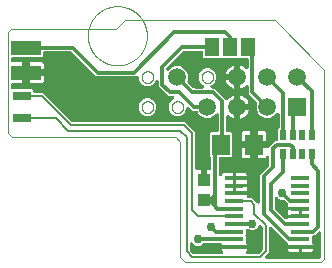
<source format=gtl>
G04 EAGLE Gerber RS-274X export*
G75*
%MOMM*%
%FSLAX34Y34*%
%LPD*%
%INtop Kupfer*%
%IPPOS*%
%AMOC8*
5,1,8,0,0,1.08239X$1,22.5*%
G01*
%ADD10C,0.000000*%
%ADD11R,1.600000X0.350000*%
%ADD12R,0.500000X0.900000*%
%ADD13R,1.600000X0.800000*%
%ADD14R,1.000000X1.100000*%
%ADD15R,1.600000X1.800000*%
%ADD16R,2.540000X1.270000*%
%ADD17R,1.508000X1.508000*%
%ADD18C,1.508000*%
%ADD19R,1.168400X1.600200*%
%ADD20C,0.754800*%
%ADD21C,0.304800*%
%ADD22C,0.203200*%
%ADD23C,0.254000*%
%ADD24C,0.355600*%

G36*
X169277Y77806D02*
X169277Y77806D01*
X169303Y77804D01*
X169450Y77826D01*
X169597Y77843D01*
X169622Y77852D01*
X169648Y77856D01*
X169786Y77910D01*
X169925Y77960D01*
X169947Y77975D01*
X169972Y77984D01*
X170093Y78069D01*
X170218Y78149D01*
X170236Y78168D01*
X170258Y78183D01*
X170357Y78293D01*
X170460Y78400D01*
X170474Y78423D01*
X170491Y78442D01*
X170563Y78572D01*
X170639Y78699D01*
X170647Y78724D01*
X170660Y78747D01*
X170700Y78890D01*
X170745Y79031D01*
X170747Y79057D01*
X170755Y79082D01*
X170774Y79326D01*
X170774Y86391D01*
X173228Y86391D01*
X173254Y86394D01*
X173280Y86392D01*
X173427Y86414D01*
X173574Y86431D01*
X173599Y86439D01*
X173625Y86443D01*
X173763Y86498D01*
X173902Y86548D01*
X173924Y86562D01*
X173949Y86572D01*
X174070Y86657D01*
X174195Y86737D01*
X174213Y86756D01*
X174235Y86771D01*
X174334Y86881D01*
X174437Y86988D01*
X174451Y87010D01*
X174468Y87030D01*
X174540Y87160D01*
X174616Y87287D01*
X174624Y87312D01*
X174637Y87335D01*
X174677Y87478D01*
X174722Y87619D01*
X174724Y87645D01*
X174732Y87670D01*
X174751Y87914D01*
X174751Y96261D01*
X174737Y96387D01*
X174730Y96513D01*
X174717Y96560D01*
X174711Y96608D01*
X174669Y96727D01*
X174634Y96848D01*
X174610Y96890D01*
X174594Y96936D01*
X174525Y97042D01*
X174464Y97152D01*
X174424Y97199D01*
X174405Y97229D01*
X174370Y97262D01*
X174305Y97339D01*
X173325Y98318D01*
X173325Y117582D01*
X174218Y118475D01*
X179578Y118475D01*
X179604Y118478D01*
X179630Y118476D01*
X179777Y118498D01*
X179924Y118515D01*
X179949Y118523D01*
X179975Y118527D01*
X180113Y118582D01*
X180252Y118632D01*
X180274Y118646D01*
X180299Y118656D01*
X180420Y118741D01*
X180545Y118821D01*
X180563Y118840D01*
X180585Y118855D01*
X180684Y118965D01*
X180787Y119072D01*
X180801Y119094D01*
X180818Y119114D01*
X180890Y119244D01*
X180966Y119371D01*
X180974Y119396D01*
X180987Y119419D01*
X181027Y119562D01*
X181072Y119703D01*
X181074Y119729D01*
X181082Y119754D01*
X181101Y119998D01*
X181101Y132854D01*
X181090Y132954D01*
X181088Y133055D01*
X181070Y133127D01*
X181061Y133201D01*
X181028Y133295D01*
X181003Y133393D01*
X180969Y133459D01*
X180944Y133529D01*
X180889Y133613D01*
X180843Y133702D01*
X180795Y133759D01*
X180755Y133822D01*
X180683Y133891D01*
X180618Y133968D01*
X180558Y134012D01*
X180504Y134064D01*
X180418Y134115D01*
X180337Y134175D01*
X180269Y134204D01*
X180205Y134243D01*
X180109Y134273D01*
X180017Y134313D01*
X179944Y134326D01*
X179873Y134349D01*
X179773Y134357D01*
X179674Y134375D01*
X179600Y134371D01*
X179526Y134377D01*
X179426Y134362D01*
X179326Y134357D01*
X179255Y134336D01*
X179181Y134325D01*
X179088Y134288D01*
X178991Y134260D01*
X178926Y134224D01*
X178857Y134196D01*
X178775Y134139D01*
X178687Y134090D01*
X178611Y134025D01*
X178571Y133997D01*
X178547Y133971D01*
X178501Y133931D01*
X176585Y132015D01*
X173253Y130635D01*
X169647Y130635D01*
X166315Y132015D01*
X163765Y134565D01*
X163291Y135711D01*
X163254Y135778D01*
X163225Y135849D01*
X163169Y135930D01*
X163121Y136016D01*
X163070Y136072D01*
X163026Y136135D01*
X162953Y136201D01*
X162887Y136274D01*
X162824Y136317D01*
X162768Y136368D01*
X162681Y136416D01*
X162601Y136472D01*
X162530Y136500D01*
X162463Y136537D01*
X162368Y136564D01*
X162276Y136600D01*
X162201Y136611D01*
X162127Y136632D01*
X161978Y136644D01*
X161932Y136651D01*
X161913Y136649D01*
X161883Y136651D01*
X158757Y136651D01*
X156525Y138883D01*
X156191Y139217D01*
X156112Y139280D01*
X156040Y139350D01*
X155976Y139388D01*
X155918Y139434D01*
X155827Y139477D01*
X155741Y139528D01*
X155670Y139551D01*
X155603Y139583D01*
X155505Y139604D01*
X155409Y139635D01*
X155335Y139641D01*
X155262Y139656D01*
X155162Y139655D01*
X155062Y139663D01*
X154988Y139652D01*
X154914Y139650D01*
X154816Y139626D01*
X154717Y139611D01*
X154648Y139583D01*
X154576Y139565D01*
X154486Y139519D01*
X154393Y139482D01*
X154332Y139440D01*
X154266Y139406D01*
X154190Y139341D01*
X154107Y139283D01*
X154057Y139228D01*
X154001Y139180D01*
X153941Y139099D01*
X153874Y139024D01*
X153838Y138959D01*
X153793Y138900D01*
X153754Y138807D01*
X153705Y138719D01*
X153685Y138648D01*
X153655Y138580D01*
X153638Y138481D01*
X153610Y138384D01*
X153602Y138284D01*
X153594Y138237D01*
X153595Y138211D01*
X152443Y135428D01*
X150322Y133307D01*
X147550Y132159D01*
X144550Y132159D01*
X141778Y133307D01*
X139657Y135428D01*
X138509Y138200D01*
X138509Y141200D01*
X139657Y143972D01*
X141778Y146093D01*
X142570Y146421D01*
X142614Y146445D01*
X142662Y146462D01*
X142766Y146530D01*
X142875Y146590D01*
X142912Y146624D01*
X142955Y146651D01*
X143041Y146741D01*
X143133Y146824D01*
X143162Y146866D01*
X143197Y146902D01*
X143261Y147009D01*
X143331Y147111D01*
X143350Y147158D01*
X143376Y147201D01*
X143414Y147319D01*
X143459Y147435D01*
X143467Y147485D01*
X143482Y147533D01*
X143492Y147657D01*
X143510Y147780D01*
X143506Y147830D01*
X143510Y147880D01*
X143491Y148003D01*
X143481Y148127D01*
X143466Y148175D01*
X143458Y148225D01*
X143412Y148341D01*
X143374Y148459D01*
X143348Y148502D01*
X143329Y148549D01*
X143258Y148651D01*
X143194Y148757D01*
X143159Y148794D01*
X143130Y148835D01*
X143038Y148918D01*
X142951Y149007D01*
X142909Y149035D01*
X142872Y149068D01*
X142763Y149128D01*
X142658Y149196D01*
X142611Y149213D01*
X142567Y149237D01*
X142447Y149271D01*
X142330Y149312D01*
X142280Y149318D01*
X142231Y149332D01*
X141987Y149351D01*
X138437Y149351D01*
X130301Y157487D01*
X130301Y161037D01*
X130296Y161088D01*
X130298Y161138D01*
X130276Y161260D01*
X130261Y161384D01*
X130244Y161431D01*
X130235Y161481D01*
X130186Y161595D01*
X130144Y161712D01*
X130117Y161754D01*
X130096Y161800D01*
X130022Y161900D01*
X129955Y162005D01*
X129919Y162040D01*
X129889Y162080D01*
X129794Y162160D01*
X129704Y162247D01*
X129661Y162273D01*
X129623Y162305D01*
X129512Y162362D01*
X129405Y162426D01*
X129357Y162441D01*
X129312Y162464D01*
X129192Y162494D01*
X129073Y162532D01*
X129023Y162536D01*
X128974Y162548D01*
X128850Y162550D01*
X128726Y162560D01*
X128676Y162552D01*
X128626Y162553D01*
X128504Y162527D01*
X128381Y162508D01*
X128334Y162490D01*
X128285Y162479D01*
X128173Y162425D01*
X128057Y162379D01*
X128016Y162351D01*
X127970Y162329D01*
X127873Y162251D01*
X127771Y162180D01*
X127737Y162143D01*
X127698Y162112D01*
X127621Y162014D01*
X127538Y161922D01*
X127513Y161878D01*
X127482Y161838D01*
X127371Y161620D01*
X127043Y160828D01*
X124922Y158707D01*
X122150Y157559D01*
X119150Y157559D01*
X116378Y158707D01*
X114257Y160828D01*
X113109Y163600D01*
X113109Y164810D01*
X113098Y164910D01*
X113096Y165010D01*
X113078Y165083D01*
X113069Y165156D01*
X113036Y165251D01*
X113011Y165348D01*
X112977Y165414D01*
X112952Y165485D01*
X112897Y165569D01*
X112851Y165658D01*
X112803Y165715D01*
X112763Y165777D01*
X112691Y165847D01*
X112626Y165924D01*
X112566Y165968D01*
X112512Y166020D01*
X112426Y166071D01*
X112345Y166131D01*
X112277Y166160D01*
X112213Y166198D01*
X112118Y166229D01*
X112025Y166269D01*
X111952Y166282D01*
X111881Y166305D01*
X111781Y166313D01*
X111682Y166330D01*
X111608Y166327D01*
X111534Y166333D01*
X111435Y166318D01*
X111334Y166313D01*
X111263Y166292D01*
X111189Y166281D01*
X111096Y166244D01*
X110999Y166216D01*
X110934Y166180D01*
X110865Y166152D01*
X110783Y166095D01*
X110695Y166046D01*
X110619Y165981D01*
X110579Y165953D01*
X110555Y165927D01*
X110509Y165887D01*
X110483Y165861D01*
X77477Y165861D01*
X56968Y186370D01*
X56869Y186449D01*
X56775Y186533D01*
X56733Y186557D01*
X56695Y186587D01*
X56581Y186641D01*
X56470Y186702D01*
X56424Y186715D01*
X56380Y186736D01*
X56257Y186762D01*
X56135Y186797D01*
X56074Y186802D01*
X56039Y186809D01*
X55991Y186808D01*
X55891Y186816D01*
X33528Y186816D01*
X33502Y186813D01*
X33476Y186815D01*
X33329Y186793D01*
X33182Y186776D01*
X33157Y186768D01*
X33131Y186764D01*
X32993Y186709D01*
X32854Y186659D01*
X32832Y186645D01*
X32807Y186635D01*
X32686Y186550D01*
X32561Y186470D01*
X32543Y186451D01*
X32521Y186436D01*
X32422Y186326D01*
X32319Y186219D01*
X32305Y186197D01*
X32288Y186177D01*
X32216Y186047D01*
X32140Y185920D01*
X32132Y185895D01*
X32119Y185872D01*
X32079Y185729D01*
X32034Y185588D01*
X32032Y185562D01*
X32024Y185537D01*
X32005Y185293D01*
X32005Y182883D01*
X31112Y181990D01*
X6604Y181990D01*
X6578Y181987D01*
X6552Y181989D01*
X6405Y181967D01*
X6258Y181950D01*
X6233Y181942D01*
X6207Y181938D01*
X6069Y181883D01*
X5930Y181833D01*
X5908Y181819D01*
X5883Y181809D01*
X5762Y181724D01*
X5637Y181644D01*
X5619Y181625D01*
X5597Y181610D01*
X5498Y181500D01*
X5395Y181393D01*
X5381Y181371D01*
X5364Y181351D01*
X5292Y181221D01*
X5216Y181094D01*
X5208Y181069D01*
X5195Y181046D01*
X5155Y180903D01*
X5110Y180762D01*
X5108Y180736D01*
X5100Y180711D01*
X5081Y180467D01*
X5081Y179324D01*
X5084Y179298D01*
X5082Y179272D01*
X5104Y179125D01*
X5121Y178978D01*
X5129Y178953D01*
X5133Y178927D01*
X5188Y178789D01*
X5238Y178650D01*
X5252Y178628D01*
X5262Y178603D01*
X5347Y178482D01*
X5427Y178357D01*
X5446Y178339D01*
X5461Y178317D01*
X5571Y178218D01*
X5678Y178115D01*
X5700Y178101D01*
X5720Y178084D01*
X5850Y178012D01*
X5977Y177936D01*
X6002Y177928D01*
X6025Y177915D01*
X6168Y177875D01*
X6309Y177830D01*
X6335Y177828D01*
X6360Y177820D01*
X6604Y177801D01*
X14733Y177801D01*
X14733Y170434D01*
X14736Y170408D01*
X14734Y170382D01*
X14756Y170235D01*
X14773Y170088D01*
X14781Y170063D01*
X14785Y170037D01*
X14840Y169899D01*
X14890Y169760D01*
X14904Y169738D01*
X14914Y169713D01*
X14999Y169592D01*
X15079Y169467D01*
X15098Y169449D01*
X15113Y169427D01*
X15223Y169328D01*
X15330Y169225D01*
X15352Y169211D01*
X15372Y169194D01*
X15502Y169122D01*
X15629Y169046D01*
X15654Y169038D01*
X15677Y169025D01*
X15820Y168985D01*
X15961Y168940D01*
X15987Y168938D01*
X16012Y168930D01*
X16256Y168911D01*
X17781Y168911D01*
X17781Y168909D01*
X16256Y168909D01*
X16230Y168906D01*
X16204Y168908D01*
X16057Y168886D01*
X15910Y168869D01*
X15885Y168860D01*
X15859Y168857D01*
X15721Y168802D01*
X15582Y168752D01*
X15560Y168738D01*
X15535Y168728D01*
X15414Y168643D01*
X15289Y168563D01*
X15271Y168544D01*
X15249Y168529D01*
X15150Y168419D01*
X15047Y168312D01*
X15033Y168290D01*
X15016Y168270D01*
X14944Y168140D01*
X14868Y168013D01*
X14860Y167988D01*
X14847Y167965D01*
X14807Y167822D01*
X14762Y167681D01*
X14760Y167655D01*
X14752Y167630D01*
X14733Y167386D01*
X14733Y160019D01*
X6604Y160019D01*
X6578Y160016D01*
X6552Y160018D01*
X6405Y159996D01*
X6258Y159979D01*
X6233Y159971D01*
X6207Y159967D01*
X6069Y159912D01*
X5930Y159862D01*
X5908Y159848D01*
X5883Y159838D01*
X5762Y159753D01*
X5637Y159673D01*
X5619Y159654D01*
X5597Y159639D01*
X5498Y159529D01*
X5395Y159422D01*
X5381Y159400D01*
X5364Y159380D01*
X5292Y159250D01*
X5216Y159123D01*
X5208Y159098D01*
X5195Y159075D01*
X5155Y158932D01*
X5110Y158791D01*
X5108Y158765D01*
X5100Y158740D01*
X5081Y158496D01*
X5081Y156273D01*
X5084Y156247D01*
X5082Y156221D01*
X5104Y156074D01*
X5121Y155927D01*
X5129Y155902D01*
X5133Y155876D01*
X5188Y155738D01*
X5238Y155599D01*
X5252Y155577D01*
X5262Y155552D01*
X5347Y155431D01*
X5427Y155306D01*
X5446Y155288D01*
X5461Y155266D01*
X5571Y155167D01*
X5678Y155064D01*
X5700Y155050D01*
X5720Y155033D01*
X5850Y154961D01*
X5977Y154885D01*
X6002Y154877D01*
X6025Y154864D01*
X6168Y154824D01*
X6309Y154779D01*
X6335Y154777D01*
X6360Y154769D01*
X6604Y154750D01*
X22919Y154750D01*
X23812Y153857D01*
X23812Y153289D01*
X23815Y153263D01*
X23813Y153237D01*
X23835Y153090D01*
X23852Y152943D01*
X23861Y152918D01*
X23865Y152892D01*
X23920Y152754D01*
X23970Y152615D01*
X23984Y152593D01*
X23994Y152568D01*
X24078Y152447D01*
X24159Y152322D01*
X24178Y152304D01*
X24192Y152282D01*
X24302Y152183D01*
X24409Y152080D01*
X24432Y152066D01*
X24451Y152049D01*
X24581Y151977D01*
X24708Y151901D01*
X24733Y151893D01*
X24756Y151880D01*
X24899Y151840D01*
X25040Y151795D01*
X25066Y151793D01*
X25092Y151785D01*
X25335Y151766D01*
X32485Y151766D01*
X56804Y127447D01*
X56903Y127368D01*
X56997Y127284D01*
X57039Y127260D01*
X57077Y127230D01*
X57191Y127176D01*
X57302Y127115D01*
X57348Y127102D01*
X57392Y127081D01*
X57515Y127055D01*
X57637Y127020D01*
X57698Y127015D01*
X57733Y127008D01*
X57781Y127009D01*
X57881Y127001D01*
X152817Y127001D01*
X161291Y118527D01*
X161291Y87914D01*
X161294Y87888D01*
X161292Y87862D01*
X161314Y87715D01*
X161331Y87568D01*
X161339Y87543D01*
X161343Y87517D01*
X161398Y87379D01*
X161448Y87240D01*
X161462Y87218D01*
X161472Y87193D01*
X161557Y87072D01*
X161637Y86947D01*
X161656Y86929D01*
X161671Y86907D01*
X161781Y86808D01*
X161888Y86705D01*
X161910Y86691D01*
X161930Y86674D01*
X162060Y86602D01*
X162187Y86526D01*
X162212Y86518D01*
X162235Y86505D01*
X162378Y86465D01*
X162519Y86420D01*
X162545Y86418D01*
X162570Y86410D01*
X162814Y86391D01*
X165776Y86391D01*
X165776Y79326D01*
X165779Y79300D01*
X165777Y79274D01*
X165799Y79127D01*
X165816Y78980D01*
X165824Y78955D01*
X165828Y78929D01*
X165883Y78792D01*
X165933Y78652D01*
X165947Y78630D01*
X165957Y78605D01*
X166042Y78484D01*
X166122Y78359D01*
X166141Y78341D01*
X166156Y78319D01*
X166266Y78220D01*
X166373Y78117D01*
X166395Y78103D01*
X166415Y78086D01*
X166545Y78014D01*
X166672Y77938D01*
X166697Y77930D01*
X166720Y77917D01*
X166863Y77877D01*
X167004Y77832D01*
X167030Y77830D01*
X167055Y77823D01*
X167299Y77803D01*
X169251Y77803D01*
X169277Y77806D01*
G37*
G36*
X214629Y58020D02*
X214629Y58020D01*
X214703Y58022D01*
X214800Y58046D01*
X214900Y58061D01*
X214969Y58089D01*
X215041Y58107D01*
X215130Y58153D01*
X215224Y58190D01*
X215285Y58232D01*
X215351Y58266D01*
X215427Y58331D01*
X215510Y58389D01*
X215560Y58444D01*
X215616Y58492D01*
X215676Y58573D01*
X215743Y58648D01*
X215779Y58713D01*
X215824Y58773D01*
X215863Y58865D01*
X215912Y58953D01*
X215932Y59024D01*
X215962Y59093D01*
X215979Y59191D01*
X216007Y59288D01*
X216015Y59388D01*
X216023Y59436D01*
X216021Y59471D01*
X216026Y59532D01*
X216026Y82225D01*
X223518Y89717D01*
X223596Y89816D01*
X223681Y89910D01*
X223704Y89952D01*
X223734Y89990D01*
X223788Y90104D01*
X223849Y90215D01*
X223863Y90261D01*
X223883Y90305D01*
X223910Y90428D01*
X223944Y90550D01*
X223949Y90611D01*
X223957Y90646D01*
X223956Y90694D01*
X223964Y90794D01*
X223964Y97041D01*
X223949Y97165D01*
X223943Y97290D01*
X223930Y97338D01*
X223924Y97387D01*
X223882Y97505D01*
X223847Y97625D01*
X223823Y97669D01*
X223806Y97715D01*
X223738Y97821D01*
X223678Y97930D01*
X223644Y97966D01*
X223617Y98008D01*
X223527Y98095D01*
X223443Y98188D01*
X223402Y98216D01*
X223367Y98250D01*
X223259Y98315D01*
X223156Y98386D01*
X223110Y98404D01*
X223068Y98429D01*
X222949Y98467D01*
X222832Y98513D01*
X222783Y98520D01*
X222736Y98535D01*
X222611Y98545D01*
X222487Y98564D01*
X222438Y98559D01*
X222388Y98563D01*
X222265Y98545D01*
X222140Y98534D01*
X222093Y98519D01*
X222044Y98512D01*
X221928Y98466D01*
X221808Y98427D01*
X221766Y98401D01*
X221720Y98383D01*
X221617Y98312D01*
X221510Y98247D01*
X221474Y98212D01*
X221434Y98184D01*
X221350Y98091D01*
X221260Y98004D01*
X221225Y97952D01*
X221200Y97925D01*
X221177Y97883D01*
X221121Y97803D01*
X220883Y97390D01*
X220410Y96917D01*
X219831Y96582D01*
X219185Y96409D01*
X213897Y96409D01*
X213897Y104903D01*
X222441Y104903D01*
X222467Y104906D01*
X222493Y104904D01*
X222639Y104926D01*
X222787Y104943D01*
X222811Y104951D01*
X222837Y104955D01*
X222975Y105010D01*
X223115Y105060D01*
X223137Y105074D01*
X223161Y105084D01*
X223283Y105169D01*
X223408Y105249D01*
X223426Y105268D01*
X223447Y105283D01*
X223546Y105393D01*
X223650Y105500D01*
X223663Y105522D01*
X223681Y105542D01*
X223753Y105672D01*
X223829Y105799D01*
X223837Y105824D01*
X223849Y105847D01*
X223880Y105954D01*
X228925Y110999D01*
X230102Y110999D01*
X230128Y111002D01*
X230154Y111000D01*
X230301Y111022D01*
X230448Y111039D01*
X230473Y111047D01*
X230499Y111051D01*
X230637Y111106D01*
X230776Y111156D01*
X230798Y111170D01*
X230823Y111180D01*
X230944Y111265D01*
X231069Y111345D01*
X231087Y111364D01*
X231109Y111379D01*
X231208Y111489D01*
X231311Y111596D01*
X231325Y111618D01*
X231342Y111638D01*
X231414Y111768D01*
X231490Y111895D01*
X231498Y111920D01*
X231511Y111943D01*
X231551Y112086D01*
X231596Y112227D01*
X231598Y112253D01*
X231606Y112278D01*
X231625Y112522D01*
X231625Y121082D01*
X232155Y121611D01*
X232234Y121710D01*
X232318Y121804D01*
X232342Y121847D01*
X232372Y121884D01*
X232426Y121999D01*
X232487Y122109D01*
X232500Y122156D01*
X232521Y122200D01*
X232547Y122323D01*
X232582Y122445D01*
X232587Y122505D01*
X232594Y122540D01*
X232593Y122588D01*
X232601Y122689D01*
X232601Y133554D01*
X232590Y133654D01*
X232588Y133755D01*
X232570Y133827D01*
X232561Y133901D01*
X232528Y133995D01*
X232503Y134093D01*
X232469Y134159D01*
X232444Y134229D01*
X232390Y134313D01*
X232343Y134402D01*
X232295Y134459D01*
X232255Y134522D01*
X232183Y134591D01*
X232118Y134668D01*
X232058Y134712D01*
X232004Y134764D01*
X231918Y134815D01*
X231837Y134875D01*
X231769Y134904D01*
X231705Y134943D01*
X231609Y134973D01*
X231517Y135013D01*
X231444Y135026D01*
X231373Y135049D01*
X231273Y135057D01*
X231174Y135075D01*
X231100Y135071D01*
X231026Y135077D01*
X230926Y135062D01*
X230826Y135057D01*
X230755Y135036D01*
X230681Y135025D01*
X230588Y134988D01*
X230491Y134960D01*
X230426Y134924D01*
X230357Y134896D01*
X230275Y134839D01*
X230187Y134790D01*
X230111Y134725D01*
X230071Y134697D01*
X230047Y134671D01*
X230001Y134631D01*
X227385Y132015D01*
X224053Y130635D01*
X220447Y130635D01*
X217115Y132015D01*
X214565Y134565D01*
X213185Y137897D01*
X213185Y141503D01*
X213660Y142649D01*
X213681Y142722D01*
X213711Y142792D01*
X213728Y142889D01*
X213756Y142984D01*
X213759Y143060D01*
X213773Y143135D01*
X213768Y143234D01*
X213772Y143332D01*
X213759Y143407D01*
X213755Y143484D01*
X213728Y143578D01*
X213710Y143675D01*
X213679Y143745D01*
X213658Y143818D01*
X213610Y143904D01*
X213571Y143994D01*
X213525Y144056D01*
X213488Y144123D01*
X213391Y144236D01*
X213363Y144274D01*
X213349Y144287D01*
X213330Y144309D01*
X208733Y148905D01*
X206501Y151137D01*
X206501Y156818D01*
X206490Y156917D01*
X206488Y157018D01*
X206470Y157090D01*
X206461Y157164D01*
X206428Y157258D01*
X206403Y157356D01*
X206369Y157422D01*
X206344Y157492D01*
X206289Y157576D01*
X206243Y157666D01*
X206195Y157722D01*
X206155Y157785D01*
X206083Y157854D01*
X206018Y157931D01*
X205958Y157975D01*
X205904Y158027D01*
X205818Y158078D01*
X205737Y158138D01*
X205669Y158168D01*
X205605Y158206D01*
X205510Y158236D01*
X205417Y158276D01*
X205344Y158289D01*
X205273Y158312D01*
X205173Y158320D01*
X205074Y158338D01*
X205000Y158334D01*
X204926Y158340D01*
X204827Y158325D01*
X204726Y158320D01*
X204655Y158299D01*
X204581Y158288D01*
X204488Y158251D01*
X204391Y158223D01*
X204326Y158187D01*
X204257Y158159D01*
X204175Y158102D01*
X204087Y158053D01*
X204011Y157988D01*
X203971Y157961D01*
X203947Y157934D01*
X203901Y157895D01*
X203417Y157411D01*
X202133Y156478D01*
X200720Y155758D01*
X199349Y155313D01*
X199349Y164124D01*
X199346Y164150D01*
X199348Y164176D01*
X199326Y164323D01*
X199309Y164470D01*
X199301Y164495D01*
X199297Y164521D01*
X199242Y164658D01*
X199192Y164798D01*
X199178Y164820D01*
X199168Y164845D01*
X199083Y164966D01*
X199003Y165091D01*
X198990Y165103D01*
X199035Y165150D01*
X199049Y165173D01*
X199066Y165192D01*
X199138Y165322D01*
X199214Y165449D01*
X199222Y165474D01*
X199235Y165497D01*
X199275Y165640D01*
X199320Y165781D01*
X199322Y165807D01*
X199330Y165832D01*
X199349Y166076D01*
X199349Y174887D01*
X200720Y174442D01*
X202133Y173722D01*
X203417Y172789D01*
X203901Y172305D01*
X203979Y172243D01*
X204052Y172173D01*
X204116Y172135D01*
X204174Y172089D01*
X204265Y172046D01*
X204351Y171994D01*
X204422Y171972D01*
X204489Y171940D01*
X204587Y171919D01*
X204683Y171888D01*
X204757Y171882D01*
X204830Y171866D01*
X204930Y171868D01*
X205030Y171860D01*
X205104Y171871D01*
X205178Y171872D01*
X205275Y171897D01*
X205375Y171912D01*
X205444Y171939D01*
X205516Y171957D01*
X205605Y172003D01*
X205699Y172041D01*
X205760Y172083D01*
X205826Y172117D01*
X205903Y172182D01*
X205985Y172239D01*
X206035Y172295D01*
X206091Y172343D01*
X206151Y172424D01*
X206218Y172498D01*
X206254Y172563D01*
X206299Y172623D01*
X206338Y172715D01*
X206387Y172803D01*
X206407Y172875D01*
X206437Y172943D01*
X206454Y173042D01*
X206482Y173139D01*
X206490Y173239D01*
X206498Y173286D01*
X206496Y173322D01*
X206501Y173382D01*
X206501Y179451D01*
X206498Y179477D01*
X206500Y179503D01*
X206478Y179650D01*
X206461Y179797D01*
X206453Y179822D01*
X206449Y179848D01*
X206394Y179986D01*
X206344Y180125D01*
X206330Y180147D01*
X206320Y180172D01*
X206235Y180293D01*
X206155Y180418D01*
X206136Y180436D01*
X206121Y180458D01*
X206011Y180557D01*
X205904Y180660D01*
X205882Y180674D01*
X205862Y180691D01*
X205732Y180763D01*
X205605Y180839D01*
X205580Y180847D01*
X205557Y180860D01*
X205414Y180900D01*
X205273Y180945D01*
X205247Y180947D01*
X205222Y180955D01*
X204978Y180974D01*
X199266Y180974D01*
X199197Y181044D01*
X199177Y181060D01*
X199160Y181080D01*
X199040Y181168D01*
X198924Y181260D01*
X198900Y181271D01*
X198879Y181287D01*
X198743Y181346D01*
X198609Y181409D01*
X198583Y181415D01*
X198559Y181425D01*
X198413Y181451D01*
X198268Y181483D01*
X198242Y181482D01*
X198216Y181487D01*
X198068Y181479D01*
X197920Y181477D01*
X197894Y181470D01*
X197868Y181469D01*
X197726Y181428D01*
X197582Y181392D01*
X197559Y181380D01*
X197533Y181372D01*
X197404Y181300D01*
X197272Y181232D01*
X197252Y181215D01*
X197229Y181202D01*
X197043Y181044D01*
X196974Y180974D01*
X184026Y180974D01*
X183957Y181044D01*
X183937Y181060D01*
X183920Y181080D01*
X183800Y181168D01*
X183684Y181260D01*
X183660Y181271D01*
X183639Y181287D01*
X183503Y181346D01*
X183369Y181409D01*
X183343Y181415D01*
X183319Y181425D01*
X183173Y181451D01*
X183028Y181483D01*
X183002Y181482D01*
X182976Y181487D01*
X182828Y181479D01*
X182680Y181477D01*
X182654Y181470D01*
X182628Y181469D01*
X182486Y181428D01*
X182342Y181392D01*
X182319Y181380D01*
X182293Y181372D01*
X182164Y181300D01*
X182032Y181232D01*
X182012Y181215D01*
X181989Y181202D01*
X181803Y181044D01*
X181734Y180974D01*
X168786Y180974D01*
X167893Y181867D01*
X167893Y185928D01*
X167890Y185954D01*
X167892Y185980D01*
X167870Y186127D01*
X167853Y186274D01*
X167845Y186299D01*
X167841Y186325D01*
X167786Y186463D01*
X167736Y186602D01*
X167722Y186624D01*
X167712Y186649D01*
X167627Y186770D01*
X167547Y186895D01*
X167528Y186913D01*
X167513Y186935D01*
X167403Y187034D01*
X167296Y187137D01*
X167274Y187151D01*
X167254Y187168D01*
X167124Y187240D01*
X166997Y187316D01*
X166972Y187324D01*
X166949Y187337D01*
X166806Y187377D01*
X166665Y187422D01*
X166639Y187424D01*
X166614Y187432D01*
X166370Y187451D01*
X151754Y187451D01*
X151628Y187437D01*
X151502Y187430D01*
X151456Y187417D01*
X151408Y187411D01*
X151289Y187369D01*
X151167Y187334D01*
X151125Y187310D01*
X151079Y187294D01*
X150973Y187225D01*
X150863Y187164D01*
X150817Y187124D01*
X150787Y187105D01*
X150753Y187070D01*
X150677Y187005D01*
X136845Y173173D01*
X136766Y173074D01*
X136682Y172980D01*
X136658Y172938D01*
X136628Y172900D01*
X136574Y172786D01*
X136513Y172675D01*
X136500Y172629D01*
X136479Y172585D01*
X136453Y172462D01*
X136418Y172340D01*
X136413Y172279D01*
X136406Y172244D01*
X136407Y172196D01*
X136399Y172096D01*
X136399Y171946D01*
X136410Y171846D01*
X136412Y171745D01*
X136430Y171673D01*
X136439Y171599D01*
X136472Y171505D01*
X136497Y171407D01*
X136531Y171341D01*
X136556Y171271D01*
X136611Y171187D01*
X136657Y171098D01*
X136705Y171041D01*
X136745Y170978D01*
X136817Y170909D01*
X136882Y170832D01*
X136942Y170788D01*
X136996Y170736D01*
X137082Y170685D01*
X137163Y170625D01*
X137231Y170596D01*
X137295Y170557D01*
X137391Y170527D01*
X137483Y170487D01*
X137556Y170474D01*
X137627Y170451D01*
X137727Y170443D01*
X137826Y170425D01*
X137900Y170429D01*
X137974Y170423D01*
X138074Y170438D01*
X138174Y170443D01*
X138245Y170464D01*
X138319Y170475D01*
X138412Y170512D01*
X138509Y170540D01*
X138574Y170576D01*
X138643Y170604D01*
X138725Y170661D01*
X138813Y170710D01*
X138889Y170775D01*
X138929Y170803D01*
X138953Y170829D01*
X138999Y170869D01*
X140915Y172785D01*
X144247Y174165D01*
X147853Y174165D01*
X151185Y172785D01*
X153735Y170235D01*
X155115Y166903D01*
X155115Y163297D01*
X154640Y162151D01*
X154619Y162078D01*
X154589Y162008D01*
X154572Y161911D01*
X154544Y161816D01*
X154541Y161740D01*
X154527Y161665D01*
X154532Y161566D01*
X154528Y161468D01*
X154541Y161393D01*
X154545Y161316D01*
X154572Y161222D01*
X154590Y161125D01*
X154621Y161055D01*
X154642Y160982D01*
X154690Y160896D01*
X154729Y160806D01*
X154775Y160744D01*
X154812Y160677D01*
X154909Y160564D01*
X154937Y160526D01*
X154951Y160513D01*
X154970Y160491D01*
X159567Y155895D01*
X159666Y155816D01*
X159760Y155732D01*
X159802Y155708D01*
X159840Y155678D01*
X159954Y155624D01*
X160065Y155563D01*
X160111Y155550D01*
X160155Y155529D01*
X160278Y155503D01*
X160400Y155468D01*
X160461Y155463D01*
X160496Y155456D01*
X160544Y155457D01*
X160644Y155449D01*
X167387Y155449D01*
X167438Y155454D01*
X167488Y155452D01*
X167610Y155474D01*
X167734Y155489D01*
X167781Y155506D01*
X167831Y155515D01*
X167945Y155564D01*
X168062Y155606D01*
X168104Y155633D01*
X168150Y155654D01*
X168250Y155728D01*
X168355Y155795D01*
X168390Y155831D01*
X168430Y155861D01*
X168510Y155956D01*
X168597Y156046D01*
X168623Y156089D01*
X168655Y156127D01*
X168712Y156238D01*
X168776Y156345D01*
X168791Y156393D01*
X168814Y156438D01*
X168844Y156558D01*
X168882Y156677D01*
X168886Y156727D01*
X168898Y156776D01*
X168900Y156900D01*
X168910Y157024D01*
X168902Y157074D01*
X168903Y157124D01*
X168877Y157246D01*
X168858Y157369D01*
X168840Y157416D01*
X168829Y157465D01*
X168775Y157577D01*
X168729Y157693D01*
X168701Y157734D01*
X168679Y157780D01*
X168601Y157877D01*
X168530Y157979D01*
X168493Y158013D01*
X168462Y158052D01*
X168364Y158129D01*
X168272Y158212D01*
X168228Y158237D01*
X168188Y158268D01*
X167970Y158379D01*
X167178Y158707D01*
X165057Y160828D01*
X163909Y163600D01*
X163909Y166600D01*
X165057Y169372D01*
X167178Y171493D01*
X169950Y172641D01*
X172950Y172641D01*
X175722Y171493D01*
X177843Y169372D01*
X178991Y166600D01*
X178991Y163600D01*
X177843Y160828D01*
X175722Y158707D01*
X174930Y158379D01*
X174886Y158355D01*
X174838Y158338D01*
X174734Y158270D01*
X174625Y158210D01*
X174588Y158176D01*
X174545Y158149D01*
X174459Y158059D01*
X174367Y157976D01*
X174338Y157934D01*
X174303Y157898D01*
X174239Y157791D01*
X174169Y157689D01*
X174150Y157642D01*
X174124Y157599D01*
X174086Y157481D01*
X174041Y157365D01*
X174034Y157315D01*
X174018Y157267D01*
X174008Y157143D01*
X173990Y157020D01*
X173994Y156970D01*
X173990Y156920D01*
X174009Y156797D01*
X174019Y156673D01*
X174034Y156625D01*
X174042Y156575D01*
X174088Y156460D01*
X174126Y156341D01*
X174152Y156298D01*
X174171Y156251D01*
X174241Y156149D01*
X174306Y156043D01*
X174341Y156006D01*
X174370Y155965D01*
X174462Y155882D01*
X174549Y155793D01*
X174591Y155765D01*
X174628Y155732D01*
X174737Y155672D01*
X174842Y155604D01*
X174889Y155587D01*
X174933Y155563D01*
X175053Y155529D01*
X175170Y155488D01*
X175220Y155482D01*
X175269Y155468D01*
X175513Y155449D01*
X177475Y155449D01*
X186846Y146078D01*
X186960Y145988D01*
X187071Y145893D01*
X187096Y145879D01*
X187119Y145861D01*
X187250Y145799D01*
X187380Y145732D01*
X187408Y145725D01*
X187434Y145712D01*
X187576Y145682D01*
X187718Y145646D01*
X187747Y145645D01*
X187775Y145639D01*
X187920Y145642D01*
X188066Y145639D01*
X188094Y145645D01*
X188123Y145645D01*
X188265Y145681D01*
X188407Y145711D01*
X188433Y145723D01*
X188461Y145730D01*
X188591Y145797D01*
X188723Y145859D01*
X188745Y145876D01*
X188771Y145890D01*
X188882Y145984D01*
X188996Y146074D01*
X189019Y146101D01*
X189037Y146116D01*
X189066Y146155D01*
X189156Y146260D01*
X189161Y146267D01*
X190283Y147389D01*
X191567Y148322D01*
X192980Y149042D01*
X194351Y149487D01*
X194351Y140676D01*
X194354Y140650D01*
X194352Y140624D01*
X194374Y140477D01*
X194391Y140330D01*
X194399Y140305D01*
X194403Y140279D01*
X194458Y140142D01*
X194508Y140002D01*
X194522Y139980D01*
X194532Y139955D01*
X194617Y139834D01*
X194697Y139709D01*
X194710Y139697D01*
X194665Y139650D01*
X194651Y139627D01*
X194634Y139608D01*
X194562Y139478D01*
X194486Y139351D01*
X194478Y139326D01*
X194465Y139303D01*
X194425Y139160D01*
X194380Y139019D01*
X194377Y138993D01*
X194370Y138968D01*
X194351Y138724D01*
X194351Y129913D01*
X192980Y130358D01*
X191567Y131078D01*
X190283Y132011D01*
X189799Y132495D01*
X189721Y132557D01*
X189648Y132627D01*
X189584Y132665D01*
X189526Y132711D01*
X189435Y132754D01*
X189349Y132806D01*
X189278Y132828D01*
X189211Y132860D01*
X189113Y132881D01*
X189017Y132912D01*
X188943Y132918D01*
X188870Y132934D01*
X188770Y132932D01*
X188670Y132940D01*
X188596Y132929D01*
X188522Y132928D01*
X188425Y132903D01*
X188325Y132888D01*
X188256Y132861D01*
X188184Y132843D01*
X188095Y132797D01*
X188001Y132759D01*
X187940Y132717D01*
X187874Y132683D01*
X187797Y132618D01*
X187715Y132561D01*
X187665Y132505D01*
X187609Y132457D01*
X187549Y132376D01*
X187482Y132302D01*
X187446Y132237D01*
X187401Y132177D01*
X187362Y132085D01*
X187313Y131997D01*
X187293Y131925D01*
X187263Y131857D01*
X187246Y131758D01*
X187218Y131661D01*
X187210Y131561D01*
X187202Y131514D01*
X187204Y131478D01*
X187199Y131418D01*
X187199Y119998D01*
X187202Y119972D01*
X187200Y119946D01*
X187222Y119799D01*
X187239Y119652D01*
X187247Y119627D01*
X187251Y119601D01*
X187306Y119463D01*
X187356Y119324D01*
X187370Y119302D01*
X187380Y119277D01*
X187465Y119156D01*
X187545Y119031D01*
X187564Y119013D01*
X187579Y118991D01*
X187689Y118892D01*
X187796Y118789D01*
X187818Y118775D01*
X187838Y118758D01*
X187968Y118686D01*
X188095Y118610D01*
X188120Y118602D01*
X188143Y118589D01*
X188286Y118549D01*
X188427Y118504D01*
X188453Y118502D01*
X188478Y118494D01*
X188722Y118475D01*
X191482Y118475D01*
X192375Y117582D01*
X192375Y98318D01*
X191482Y97425D01*
X182372Y97425D01*
X182346Y97422D01*
X182320Y97424D01*
X182173Y97402D01*
X182026Y97385D01*
X182001Y97377D01*
X181975Y97373D01*
X181837Y97318D01*
X181698Y97268D01*
X181676Y97254D01*
X181651Y97244D01*
X181530Y97159D01*
X181405Y97079D01*
X181387Y97060D01*
X181365Y97045D01*
X181266Y96935D01*
X181163Y96828D01*
X181149Y96806D01*
X181132Y96786D01*
X181060Y96656D01*
X180984Y96529D01*
X180976Y96504D01*
X180963Y96481D01*
X180923Y96338D01*
X180878Y96197D01*
X180876Y96171D01*
X180868Y96146D01*
X180849Y95902D01*
X180849Y82729D01*
X180866Y82580D01*
X180878Y82431D01*
X180886Y82407D01*
X180889Y82383D01*
X180939Y82242D01*
X180985Y82099D01*
X180998Y82078D01*
X181006Y82055D01*
X181087Y81929D01*
X181164Y81801D01*
X181182Y81783D01*
X181195Y81762D01*
X181303Y81658D01*
X181407Y81550D01*
X181428Y81537D01*
X181446Y81520D01*
X181574Y81443D01*
X181700Y81362D01*
X181724Y81354D01*
X181745Y81341D01*
X181887Y81295D01*
X182029Y81245D01*
X182053Y81242D01*
X182077Y81235D01*
X182226Y81223D01*
X182375Y81206D01*
X182400Y81209D01*
X182424Y81207D01*
X182572Y81229D01*
X182721Y81246D01*
X182744Y81255D01*
X182769Y81258D01*
X182908Y81314D01*
X183049Y81364D01*
X183070Y81378D01*
X183093Y81387D01*
X183216Y81473D01*
X183341Y81554D01*
X183359Y81572D01*
X183379Y81586D01*
X183479Y81697D01*
X183583Y81805D01*
X183596Y81826D01*
X183612Y81845D01*
X183685Y81976D01*
X183761Y82104D01*
X183771Y82133D01*
X183781Y82150D01*
X183794Y82196D01*
X183843Y82335D01*
X183882Y82481D01*
X184217Y83060D01*
X184690Y83533D01*
X185269Y83868D01*
X185915Y84041D01*
X192727Y84041D01*
X192727Y79750D01*
X192727Y73250D01*
X192727Y66750D01*
X192730Y66724D01*
X192727Y66698D01*
X192749Y66551D01*
X192766Y66404D01*
X192775Y66379D01*
X192779Y66353D01*
X192834Y66216D01*
X192884Y66076D01*
X192898Y66054D01*
X192908Y66030D01*
X192992Y65908D01*
X193073Y65783D01*
X193092Y65765D01*
X193107Y65743D01*
X193217Y65644D01*
X193324Y65541D01*
X193347Y65527D01*
X193366Y65509D01*
X193496Y65438D01*
X193623Y65362D01*
X193648Y65354D01*
X193671Y65341D01*
X193814Y65301D01*
X193955Y65255D01*
X193981Y65253D01*
X194007Y65246D01*
X194250Y65227D01*
X204791Y65227D01*
X204791Y64579D01*
X204789Y64561D01*
X204771Y64439D01*
X204775Y64388D01*
X204771Y64337D01*
X204790Y64215D01*
X204800Y64092D01*
X204815Y64043D01*
X204823Y63992D01*
X204869Y63877D01*
X204906Y63760D01*
X204933Y63716D01*
X204952Y63668D01*
X205022Y63567D01*
X205086Y63461D01*
X205121Y63424D01*
X205151Y63382D01*
X205242Y63300D01*
X205328Y63211D01*
X205371Y63183D01*
X205409Y63149D01*
X205517Y63089D01*
X205621Y63022D01*
X205670Y63005D01*
X205714Y62980D01*
X205833Y62947D01*
X205950Y62905D01*
X206000Y62899D01*
X206050Y62885D01*
X206294Y62866D01*
X209015Y62866D01*
X210949Y60931D01*
X213426Y58455D01*
X213504Y58392D01*
X213577Y58322D01*
X213641Y58284D01*
X213699Y58238D01*
X213790Y58195D01*
X213876Y58144D01*
X213947Y58121D01*
X214014Y58089D01*
X214112Y58068D01*
X214208Y58037D01*
X214282Y58031D01*
X214355Y58016D01*
X214455Y58018D01*
X214555Y58009D01*
X214629Y58020D01*
G37*
G36*
X266412Y11445D02*
X266412Y11445D01*
X266538Y11452D01*
X266585Y11465D01*
X266633Y11471D01*
X266752Y11513D01*
X266873Y11548D01*
X266915Y11572D01*
X266961Y11588D01*
X267067Y11657D01*
X267177Y11718D01*
X267224Y11758D01*
X267254Y11777D01*
X267287Y11812D01*
X267364Y11877D01*
X267523Y12036D01*
X267602Y12135D01*
X267686Y12229D01*
X267710Y12271D01*
X267740Y12309D01*
X267794Y12423D01*
X267855Y12534D01*
X267868Y12581D01*
X267889Y12624D01*
X267915Y12748D01*
X267950Y12870D01*
X267955Y12930D01*
X267962Y12965D01*
X267961Y13013D01*
X267969Y13113D01*
X267969Y32968D01*
X267958Y33068D01*
X267956Y33168D01*
X267938Y33240D01*
X267929Y33314D01*
X267896Y33408D01*
X267871Y33506D01*
X267837Y33572D01*
X267812Y33642D01*
X267757Y33726D01*
X267711Y33816D01*
X267663Y33872D01*
X267623Y33935D01*
X267551Y34005D01*
X267486Y34081D01*
X267426Y34125D01*
X267372Y34177D01*
X267286Y34229D01*
X267205Y34288D01*
X267137Y34318D01*
X267073Y34356D01*
X266977Y34387D01*
X266885Y34426D01*
X266812Y34439D01*
X266741Y34462D01*
X266641Y34470D01*
X266542Y34488D01*
X266468Y34484D01*
X266394Y34490D01*
X266294Y34475D01*
X266194Y34470D01*
X266123Y34449D01*
X266049Y34438D01*
X265956Y34401D01*
X265859Y34374D01*
X265794Y34337D01*
X265725Y34310D01*
X265643Y34252D01*
X265555Y34203D01*
X265479Y34138D01*
X265439Y34111D01*
X265415Y34084D01*
X265369Y34045D01*
X262525Y31201D01*
X261298Y31201D01*
X261272Y31198D01*
X261246Y31200D01*
X261099Y31178D01*
X260952Y31161D01*
X260927Y31153D01*
X260901Y31149D01*
X260763Y31094D01*
X260624Y31044D01*
X260602Y31030D01*
X260577Y31020D01*
X260456Y30935D01*
X260331Y30855D01*
X260313Y30836D01*
X260291Y30821D01*
X260192Y30711D01*
X260089Y30604D01*
X260075Y30582D01*
X260058Y30562D01*
X259986Y30432D01*
X259910Y30305D01*
X259902Y30280D01*
X259889Y30257D01*
X259849Y30114D01*
X259804Y29973D01*
X259802Y29947D01*
X259794Y29922D01*
X259775Y29678D01*
X259775Y25699D01*
X259789Y25574D01*
X259796Y25448D01*
X259809Y25401D01*
X259815Y25353D01*
X259857Y25234D01*
X259892Y25113D01*
X259916Y25071D01*
X259932Y25025D01*
X260001Y24919D01*
X260062Y24809D01*
X260102Y24762D01*
X260121Y24732D01*
X260156Y24699D01*
X260221Y24622D01*
X260283Y24560D01*
X260618Y23981D01*
X260791Y23335D01*
X260791Y22773D01*
X250250Y22773D01*
X239709Y22773D01*
X239709Y23417D01*
X239728Y23518D01*
X239726Y23542D01*
X239730Y23565D01*
X239724Y23631D01*
X239727Y23669D01*
X239716Y23746D01*
X239710Y23866D01*
X239703Y23889D01*
X239701Y23912D01*
X239682Y23972D01*
X239676Y24014D01*
X239644Y24092D01*
X239613Y24201D01*
X239602Y24222D01*
X239594Y24244D01*
X239564Y24295D01*
X239547Y24337D01*
X239495Y24412D01*
X239443Y24505D01*
X239425Y24527D01*
X239415Y24543D01*
X239382Y24576D01*
X239374Y24586D01*
X239348Y24624D01*
X239323Y24646D01*
X239284Y24692D01*
X225804Y38172D01*
X225725Y38235D01*
X225653Y38305D01*
X225589Y38343D01*
X225531Y38389D01*
X225440Y38432D01*
X225354Y38483D01*
X225283Y38506D01*
X225215Y38538D01*
X225117Y38559D01*
X225022Y38590D01*
X224947Y38596D01*
X224875Y38611D01*
X224774Y38610D01*
X224674Y38618D01*
X224601Y38607D01*
X224526Y38605D01*
X224429Y38581D01*
X224330Y38566D01*
X224261Y38538D01*
X224188Y38520D01*
X224099Y38474D01*
X224006Y38437D01*
X223945Y38395D01*
X223879Y38361D01*
X223802Y38295D01*
X223720Y38238D01*
X223670Y38183D01*
X223613Y38135D01*
X223553Y38054D01*
X223486Y37979D01*
X223450Y37914D01*
X223406Y37855D01*
X223366Y37762D01*
X223318Y37674D01*
X223297Y37603D01*
X223268Y37535D01*
X223250Y37436D01*
X223223Y37339D01*
X223215Y37239D01*
X223206Y37192D01*
X223208Y37156D01*
X223203Y37095D01*
X223203Y16410D01*
X221269Y14476D01*
X220824Y14031D01*
X220762Y13953D01*
X220692Y13880D01*
X220654Y13816D01*
X220608Y13758D01*
X220565Y13667D01*
X220513Y13581D01*
X220490Y13510D01*
X220459Y13443D01*
X220438Y13345D01*
X220407Y13249D01*
X220401Y13175D01*
X220385Y13102D01*
X220387Y13002D01*
X220379Y12902D01*
X220390Y12828D01*
X220391Y12754D01*
X220416Y12656D01*
X220431Y12557D01*
X220458Y12488D01*
X220476Y12416D01*
X220522Y12327D01*
X220559Y12233D01*
X220602Y12172D01*
X220636Y12106D01*
X220701Y12030D01*
X220758Y11947D01*
X220813Y11897D01*
X220862Y11841D01*
X220943Y11781D01*
X221017Y11714D01*
X221082Y11678D01*
X221142Y11633D01*
X221234Y11594D01*
X221322Y11545D01*
X221394Y11525D01*
X221462Y11495D01*
X221561Y11478D01*
X221658Y11450D01*
X221758Y11442D01*
X221805Y11434D01*
X221841Y11436D01*
X221901Y11431D01*
X266287Y11431D01*
X266412Y11445D01*
G37*
G36*
X183338Y15252D02*
X183338Y15252D01*
X183439Y15254D01*
X183511Y15272D01*
X183585Y15281D01*
X183679Y15314D01*
X183777Y15339D01*
X183843Y15373D01*
X183913Y15398D01*
X183998Y15453D01*
X184087Y15499D01*
X184143Y15547D01*
X184206Y15587D01*
X184276Y15660D01*
X184352Y15725D01*
X184396Y15784D01*
X184448Y15838D01*
X184500Y15924D01*
X184559Y16005D01*
X184589Y16073D01*
X184627Y16137D01*
X184657Y16233D01*
X184697Y16325D01*
X184710Y16398D01*
X184733Y16469D01*
X184741Y16569D01*
X184759Y16668D01*
X184755Y16742D01*
X184761Y16816D01*
X184746Y16915D01*
X184741Y17016D01*
X184720Y17087D01*
X184709Y17161D01*
X184672Y17254D01*
X184644Y17351D01*
X184608Y17416D01*
X184581Y17485D01*
X184523Y17567D01*
X184474Y17655D01*
X184409Y17731D01*
X184382Y17771D01*
X184355Y17795D01*
X184316Y17841D01*
X184217Y17940D01*
X183882Y18519D01*
X183709Y19165D01*
X183709Y19727D01*
X194250Y19727D01*
X204791Y19727D01*
X204791Y19165D01*
X204618Y18519D01*
X204283Y17940D01*
X204184Y17841D01*
X204122Y17763D01*
X204052Y17690D01*
X204014Y17626D01*
X203968Y17568D01*
X203925Y17477D01*
X203873Y17391D01*
X203851Y17320D01*
X203819Y17253D01*
X203798Y17155D01*
X203767Y17059D01*
X203761Y16985D01*
X203745Y16912D01*
X203747Y16812D01*
X203739Y16712D01*
X203750Y16638D01*
X203751Y16564D01*
X203776Y16466D01*
X203791Y16367D01*
X203818Y16298D01*
X203836Y16226D01*
X203882Y16137D01*
X203919Y16043D01*
X203962Y15982D01*
X203996Y15916D01*
X204061Y15839D01*
X204118Y15757D01*
X204173Y15707D01*
X204222Y15651D01*
X204302Y15591D01*
X204377Y15524D01*
X204442Y15488D01*
X204502Y15444D01*
X204594Y15404D01*
X204682Y15355D01*
X204754Y15335D01*
X204822Y15305D01*
X204921Y15288D01*
X205018Y15260D01*
X205118Y15252D01*
X205165Y15244D01*
X205201Y15246D01*
X205261Y15241D01*
X214217Y15241D01*
X214342Y15255D01*
X214468Y15262D01*
X214515Y15275D01*
X214563Y15281D01*
X214682Y15323D01*
X214803Y15358D01*
X214845Y15382D01*
X214891Y15398D01*
X214997Y15467D01*
X215107Y15528D01*
X215154Y15568D01*
X215184Y15587D01*
X215217Y15622D01*
X215294Y15687D01*
X217676Y18069D01*
X217754Y18168D01*
X217839Y18262D01*
X217862Y18304D01*
X217892Y18342D01*
X217946Y18456D01*
X218007Y18567D01*
X218021Y18613D01*
X218041Y18657D01*
X218068Y18780D01*
X218102Y18902D01*
X218107Y18963D01*
X218115Y18998D01*
X218114Y19046D01*
X218122Y19146D01*
X218122Y38004D01*
X218107Y38129D01*
X218101Y38256D01*
X218087Y38302D01*
X218082Y38350D01*
X218039Y38469D01*
X218004Y38591D01*
X217981Y38633D01*
X217964Y38678D01*
X217896Y38785D01*
X217834Y38895D01*
X217795Y38941D01*
X217775Y38971D01*
X217741Y39005D01*
X217676Y39081D01*
X217109Y39648D01*
X216991Y39742D01*
X216876Y39839D01*
X216855Y39850D01*
X216836Y39865D01*
X216699Y39929D01*
X216566Y39998D01*
X216543Y40003D01*
X216521Y40014D01*
X216373Y40045D01*
X216228Y40082D01*
X216204Y40082D01*
X216180Y40087D01*
X216030Y40085D01*
X215879Y40087D01*
X215855Y40082D01*
X215831Y40081D01*
X215686Y40045D01*
X215539Y40012D01*
X215517Y40002D01*
X215493Y39996D01*
X215360Y39927D01*
X215224Y39863D01*
X215205Y39848D01*
X215184Y39837D01*
X215069Y39739D01*
X214952Y39645D01*
X214937Y39626D01*
X214918Y39611D01*
X214829Y39490D01*
X214736Y39372D01*
X214722Y39346D01*
X214711Y39330D01*
X214692Y39287D01*
X214624Y39154D01*
X214042Y37748D01*
X212552Y36258D01*
X210604Y35451D01*
X208496Y35451D01*
X206549Y36258D01*
X206375Y36431D01*
X206296Y36494D01*
X206224Y36564D01*
X206160Y36602D01*
X206102Y36648D01*
X206011Y36691D01*
X205925Y36742D01*
X205854Y36765D01*
X205787Y36797D01*
X205689Y36818D01*
X205593Y36849D01*
X205519Y36855D01*
X205446Y36870D01*
X205346Y36869D01*
X205246Y36877D01*
X205172Y36866D01*
X205098Y36864D01*
X205000Y36840D01*
X204901Y36825D01*
X204832Y36797D01*
X204760Y36779D01*
X204671Y36733D01*
X204577Y36696D01*
X204516Y36654D01*
X204450Y36620D01*
X204374Y36555D01*
X204291Y36497D01*
X204241Y36442D01*
X204185Y36394D01*
X204125Y36313D01*
X204058Y36239D01*
X204022Y36173D01*
X203977Y36114D01*
X203938Y36021D01*
X203889Y35933D01*
X203869Y35862D01*
X203839Y35794D01*
X203822Y35695D01*
X203794Y35598D01*
X203786Y35498D01*
X203778Y35451D01*
X203780Y35415D01*
X203775Y35354D01*
X203775Y31814D01*
X203767Y31804D01*
X203756Y31780D01*
X203740Y31759D01*
X203681Y31623D01*
X203618Y31489D01*
X203612Y31463D01*
X203602Y31439D01*
X203576Y31293D01*
X203544Y31148D01*
X203545Y31122D01*
X203540Y31096D01*
X203548Y30948D01*
X203550Y30800D01*
X203557Y30774D01*
X203558Y30748D01*
X203599Y30606D01*
X203635Y30462D01*
X203647Y30439D01*
X203655Y30413D01*
X203727Y30284D01*
X203775Y30192D01*
X203775Y25699D01*
X203789Y25574D01*
X203796Y25447D01*
X203809Y25401D01*
X203815Y25353D01*
X203857Y25234D01*
X203892Y25113D01*
X203916Y25070D01*
X203932Y25025D01*
X204001Y24919D01*
X204062Y24808D01*
X204102Y24762D01*
X204121Y24732D01*
X204156Y24699D01*
X204221Y24622D01*
X204283Y24560D01*
X204618Y23981D01*
X204791Y23335D01*
X204791Y22773D01*
X194250Y22773D01*
X183709Y22773D01*
X183709Y23178D01*
X183706Y23204D01*
X183708Y23230D01*
X183686Y23377D01*
X183669Y23524D01*
X183661Y23549D01*
X183657Y23575D01*
X183602Y23713D01*
X183552Y23852D01*
X183538Y23874D01*
X183528Y23899D01*
X183443Y24020D01*
X183363Y24145D01*
X183344Y24163D01*
X183329Y24185D01*
X183219Y24284D01*
X183112Y24387D01*
X183090Y24401D01*
X183070Y24418D01*
X182941Y24490D01*
X182813Y24566D01*
X182788Y24574D01*
X182765Y24587D01*
X182622Y24627D01*
X182481Y24672D01*
X182455Y24674D01*
X182430Y24682D01*
X182186Y24701D01*
X168588Y24701D01*
X168463Y24687D01*
X168336Y24680D01*
X168290Y24667D01*
X168242Y24661D01*
X168123Y24619D01*
X168002Y24584D01*
X167959Y24560D01*
X167914Y24544D01*
X167808Y24475D01*
X167697Y24414D01*
X167651Y24374D01*
X167621Y24355D01*
X167588Y24320D01*
X167511Y24255D01*
X166514Y23258D01*
X164566Y22451D01*
X162459Y22451D01*
X160511Y23258D01*
X159129Y24640D01*
X159050Y24703D01*
X158978Y24773D01*
X158914Y24811D01*
X158856Y24857D01*
X158765Y24900D01*
X158679Y24951D01*
X158608Y24974D01*
X158540Y25006D01*
X158442Y25027D01*
X158347Y25058D01*
X158272Y25064D01*
X158200Y25079D01*
X158099Y25078D01*
X157999Y25086D01*
X157926Y25075D01*
X157851Y25073D01*
X157754Y25049D01*
X157655Y25034D01*
X157585Y25006D01*
X157513Y24988D01*
X157424Y24942D01*
X157331Y24905D01*
X157270Y24863D01*
X157204Y24829D01*
X157127Y24764D01*
X157045Y24706D01*
X156995Y24651D01*
X156938Y24603D01*
X156878Y24522D01*
X156811Y24448D01*
X156775Y24382D01*
X156731Y24323D01*
X156691Y24230D01*
X156643Y24142D01*
X156622Y24071D01*
X156593Y24003D01*
X156575Y23904D01*
X156548Y23807D01*
X156540Y23707D01*
X156531Y23660D01*
X156533Y23624D01*
X156528Y23563D01*
X156528Y19146D01*
X156543Y19020D01*
X156549Y18894D01*
X156563Y18848D01*
X156568Y18800D01*
X156611Y18681D01*
X156646Y18559D01*
X156669Y18517D01*
X156686Y18472D01*
X156754Y18365D01*
X156816Y18255D01*
X156855Y18209D01*
X156875Y18179D01*
X156909Y18145D01*
X156974Y18069D01*
X159356Y15687D01*
X159455Y15608D01*
X159549Y15524D01*
X159591Y15500D01*
X159629Y15470D01*
X159743Y15416D01*
X159854Y15355D01*
X159901Y15342D01*
X159944Y15321D01*
X160068Y15295D01*
X160190Y15260D01*
X160250Y15255D01*
X160285Y15248D01*
X160333Y15249D01*
X160433Y15241D01*
X183239Y15241D01*
X183338Y15252D01*
G37*
G36*
X238312Y44581D02*
X238312Y44581D01*
X238386Y44582D01*
X238483Y44607D01*
X238583Y44622D01*
X238652Y44649D01*
X238724Y44667D01*
X238814Y44713D01*
X238907Y44750D01*
X238968Y44793D01*
X239034Y44827D01*
X239111Y44892D01*
X239193Y44949D01*
X239243Y45004D01*
X239299Y45053D01*
X239359Y45133D01*
X239426Y45208D01*
X239462Y45273D01*
X239507Y45333D01*
X239546Y45425D01*
X239595Y45513D01*
X239615Y45585D01*
X239645Y45653D01*
X239658Y45727D01*
X250250Y45727D01*
X250276Y45730D01*
X250302Y45727D01*
X250449Y45749D01*
X250596Y45766D01*
X250621Y45775D01*
X250647Y45779D01*
X250784Y45834D01*
X250924Y45884D01*
X250946Y45898D01*
X250970Y45908D01*
X251092Y45992D01*
X251217Y46073D01*
X251235Y46092D01*
X251257Y46107D01*
X251356Y46217D01*
X251459Y46324D01*
X251473Y46347D01*
X251490Y46366D01*
X251562Y46496D01*
X251638Y46623D01*
X251646Y46648D01*
X251659Y46671D01*
X251699Y46814D01*
X251745Y46955D01*
X251747Y46981D01*
X251754Y47007D01*
X251773Y47250D01*
X251773Y53750D01*
X251770Y53776D01*
X251772Y53802D01*
X251750Y53949D01*
X251734Y54096D01*
X251725Y54121D01*
X251721Y54147D01*
X251666Y54284D01*
X251616Y54424D01*
X251602Y54446D01*
X251592Y54470D01*
X251508Y54592D01*
X251427Y54717D01*
X251408Y54735D01*
X251393Y54757D01*
X251283Y54856D01*
X251176Y54959D01*
X251153Y54973D01*
X251134Y54990D01*
X251004Y55062D01*
X250877Y55138D01*
X250852Y55146D01*
X250829Y55159D01*
X250686Y55199D01*
X250545Y55245D01*
X250519Y55247D01*
X250493Y55254D01*
X250250Y55273D01*
X239709Y55273D01*
X239709Y55835D01*
X239932Y56664D01*
X239954Y56813D01*
X239980Y56962D01*
X239979Y56986D01*
X239983Y57009D01*
X239970Y57159D01*
X239962Y57310D01*
X239956Y57333D01*
X239954Y57356D01*
X239908Y57500D01*
X239866Y57645D01*
X239854Y57666D01*
X239847Y57688D01*
X239770Y57817D01*
X239696Y57949D01*
X239677Y57971D01*
X239668Y57987D01*
X239635Y58020D01*
X239537Y58135D01*
X236743Y60930D01*
X236644Y61009D01*
X236550Y61093D01*
X236507Y61117D01*
X236470Y61147D01*
X236355Y61201D01*
X236245Y61262D01*
X236198Y61275D01*
X236154Y61296D01*
X236031Y61322D01*
X235909Y61357D01*
X235848Y61362D01*
X235814Y61369D01*
X235766Y61368D01*
X235665Y61376D01*
X233896Y61376D01*
X231949Y62183D01*
X231074Y63057D01*
X230995Y63120D01*
X230923Y63190D01*
X230859Y63228D01*
X230801Y63274D01*
X230710Y63317D01*
X230624Y63368D01*
X230553Y63391D01*
X230486Y63423D01*
X230388Y63444D01*
X230292Y63475D01*
X230218Y63481D01*
X230145Y63496D01*
X230045Y63495D01*
X229945Y63503D01*
X229871Y63492D01*
X229797Y63490D01*
X229700Y63466D01*
X229600Y63451D01*
X229531Y63423D01*
X229459Y63405D01*
X229370Y63359D01*
X229276Y63322D01*
X229215Y63280D01*
X229149Y63246D01*
X229073Y63181D01*
X228990Y63123D01*
X228940Y63068D01*
X228884Y63020D01*
X228824Y62939D01*
X228757Y62865D01*
X228721Y62799D01*
X228676Y62740D01*
X228637Y62647D01*
X228588Y62559D01*
X228568Y62488D01*
X228538Y62420D01*
X228521Y62321D01*
X228493Y62224D01*
X228485Y62124D01*
X228477Y62077D01*
X228479Y62041D01*
X228474Y61980D01*
X228474Y54281D01*
X228488Y54156D01*
X228495Y54030D01*
X228508Y53983D01*
X228514Y53935D01*
X228556Y53816D01*
X228591Y53695D01*
X228615Y53653D01*
X228631Y53607D01*
X228700Y53501D01*
X228761Y53390D01*
X228801Y53344D01*
X228820Y53314D01*
X228855Y53281D01*
X228920Y53204D01*
X237109Y45015D01*
X237187Y44953D01*
X237260Y44883D01*
X237324Y44845D01*
X237382Y44799D01*
X237473Y44756D01*
X237559Y44704D01*
X237630Y44681D01*
X237697Y44650D01*
X237795Y44628D01*
X237891Y44598D01*
X237965Y44592D01*
X238038Y44576D01*
X238138Y44578D01*
X238238Y44570D01*
X238312Y44581D01*
G37*
%LPC*%
G36*
X119150Y132159D02*
X119150Y132159D01*
X116378Y133307D01*
X114257Y135428D01*
X113109Y138200D01*
X113109Y141200D01*
X114257Y143972D01*
X116378Y146093D01*
X119150Y147241D01*
X122150Y147241D01*
X124922Y146093D01*
X127043Y143972D01*
X128191Y141200D01*
X128191Y138200D01*
X127043Y135428D01*
X124922Y133307D01*
X122150Y132159D01*
X119150Y132159D01*
G37*
%LPD*%
%LPC*%
G36*
X20827Y171957D02*
X20827Y171957D01*
X20827Y177801D01*
X30815Y177801D01*
X31461Y177628D01*
X32040Y177293D01*
X32513Y176820D01*
X32848Y176241D01*
X33021Y175595D01*
X33021Y171957D01*
X20827Y171957D01*
G37*
%LPD*%
%LPC*%
G36*
X20827Y165863D02*
X20827Y165863D01*
X33021Y165863D01*
X33021Y162225D01*
X32848Y161579D01*
X32513Y161000D01*
X32040Y160527D01*
X31461Y160192D01*
X30815Y160019D01*
X20827Y160019D01*
X20827Y165863D01*
G37*
%LPD*%
%LPC*%
G36*
X213897Y110997D02*
X213897Y110997D01*
X213897Y119491D01*
X219185Y119491D01*
X219831Y119318D01*
X220410Y118983D01*
X220883Y118510D01*
X221218Y117931D01*
X221391Y117285D01*
X221391Y110997D01*
X213897Y110997D01*
G37*
%LPD*%
%LPC*%
G36*
X200309Y110997D02*
X200309Y110997D01*
X200309Y117285D01*
X200482Y117931D01*
X200817Y118510D01*
X201290Y118983D01*
X201869Y119318D01*
X202515Y119491D01*
X207803Y119491D01*
X207803Y110997D01*
X200309Y110997D01*
G37*
%LPD*%
%LPC*%
G36*
X202515Y96409D02*
X202515Y96409D01*
X201869Y96582D01*
X201290Y96917D01*
X200817Y97390D01*
X200482Y97969D01*
X200309Y98615D01*
X200309Y104903D01*
X207803Y104903D01*
X207803Y96409D01*
X202515Y96409D01*
G37*
%LPD*%
%LPC*%
G36*
X199349Y142199D02*
X199349Y142199D01*
X199349Y149487D01*
X200720Y149042D01*
X202133Y148322D01*
X203417Y147389D01*
X204539Y146267D01*
X205472Y144983D01*
X206192Y143570D01*
X206637Y142199D01*
X199349Y142199D01*
G37*
%LPD*%
%LPC*%
G36*
X187063Y167599D02*
X187063Y167599D01*
X187508Y168970D01*
X188228Y170383D01*
X189161Y171667D01*
X190283Y172789D01*
X191567Y173722D01*
X192980Y174442D01*
X194351Y174887D01*
X194351Y167599D01*
X187063Y167599D01*
G37*
%LPD*%
%LPC*%
G36*
X199349Y137201D02*
X199349Y137201D01*
X206637Y137201D01*
X206192Y135830D01*
X205472Y134417D01*
X204539Y133133D01*
X203417Y132011D01*
X202133Y131078D01*
X200720Y130358D01*
X199349Y129913D01*
X199349Y137201D01*
G37*
%LPD*%
%LPC*%
G36*
X192980Y155758D02*
X192980Y155758D01*
X191567Y156478D01*
X190283Y157411D01*
X189161Y158533D01*
X188228Y159817D01*
X187508Y161230D01*
X187063Y162601D01*
X194351Y162601D01*
X194351Y155313D01*
X192980Y155758D01*
G37*
%LPD*%
%LPC*%
G36*
X195773Y74773D02*
X195773Y74773D01*
X195773Y78227D01*
X204791Y78227D01*
X204791Y77665D01*
X204584Y76894D01*
X204569Y76794D01*
X204545Y76695D01*
X204544Y76622D01*
X204533Y76550D01*
X204541Y76448D01*
X204540Y76346D01*
X204558Y76250D01*
X204562Y76202D01*
X204573Y76167D01*
X204584Y76106D01*
X204791Y75335D01*
X204791Y74773D01*
X195773Y74773D01*
G37*
%LPD*%
%LPC*%
G36*
X195773Y68273D02*
X195773Y68273D01*
X195773Y71727D01*
X204791Y71727D01*
X204791Y71165D01*
X204584Y70394D01*
X204569Y70294D01*
X204545Y70195D01*
X204544Y70122D01*
X204533Y70050D01*
X204541Y69948D01*
X204540Y69846D01*
X204558Y69750D01*
X204562Y69702D01*
X204573Y69667D01*
X204584Y69606D01*
X204791Y68835D01*
X204791Y68273D01*
X195773Y68273D01*
G37*
%LPD*%
%LPC*%
G36*
X239709Y48773D02*
X239709Y48773D01*
X239709Y49335D01*
X239916Y50106D01*
X239931Y50206D01*
X239955Y50305D01*
X239956Y50378D01*
X239967Y50450D01*
X239959Y50552D01*
X239960Y50654D01*
X239942Y50750D01*
X239938Y50798D01*
X239927Y50833D01*
X239916Y50894D01*
X239709Y51665D01*
X239709Y52227D01*
X248727Y52227D01*
X248727Y48773D01*
X239709Y48773D01*
G37*
%LPD*%
%LPC*%
G36*
X195773Y81273D02*
X195773Y81273D01*
X195773Y84041D01*
X202585Y84041D01*
X203231Y83868D01*
X203810Y83533D01*
X204283Y83060D01*
X204618Y82481D01*
X204791Y81835D01*
X204791Y81273D01*
X195773Y81273D01*
G37*
%LPD*%
%LPC*%
G36*
X251773Y16959D02*
X251773Y16959D01*
X251773Y19727D01*
X260791Y19727D01*
X260791Y19165D01*
X260618Y18519D01*
X260283Y17940D01*
X259810Y17467D01*
X259231Y17132D01*
X258585Y16959D01*
X251773Y16959D01*
G37*
%LPD*%
%LPC*%
G36*
X241915Y16959D02*
X241915Y16959D01*
X241269Y17132D01*
X240690Y17467D01*
X240217Y17940D01*
X239882Y18519D01*
X239709Y19165D01*
X239709Y19727D01*
X248727Y19727D01*
X248727Y16959D01*
X241915Y16959D01*
G37*
%LPD*%
%LPC*%
G36*
X210849Y107949D02*
X210849Y107949D01*
X210849Y107951D01*
X210851Y107951D01*
X210851Y107949D01*
X210849Y107949D01*
G37*
%LPD*%
D10*
X70200Y200100D02*
X70208Y200714D01*
X70230Y201327D01*
X70268Y201939D01*
X70320Y202550D01*
X70388Y203160D01*
X70471Y203768D01*
X70568Y204374D01*
X70680Y204977D01*
X70807Y205578D01*
X70949Y206175D01*
X71106Y206768D01*
X71276Y207357D01*
X71462Y207942D01*
X71661Y208522D01*
X71875Y209097D01*
X72103Y209667D01*
X72345Y210231D01*
X72600Y210789D01*
X72869Y211340D01*
X73152Y211885D01*
X73448Y212422D01*
X73757Y212953D01*
X74079Y213475D01*
X74413Y213989D01*
X74760Y214495D01*
X75120Y214992D01*
X75491Y215481D01*
X75875Y215960D01*
X76270Y216429D01*
X76676Y216889D01*
X77094Y217339D01*
X77522Y217778D01*
X77961Y218206D01*
X78411Y218624D01*
X78871Y219030D01*
X79340Y219425D01*
X79819Y219809D01*
X80308Y220180D01*
X80805Y220540D01*
X81311Y220887D01*
X81825Y221221D01*
X82347Y221543D01*
X82878Y221852D01*
X83415Y222148D01*
X83960Y222431D01*
X84511Y222700D01*
X85069Y222955D01*
X85633Y223197D01*
X86203Y223425D01*
X86778Y223639D01*
X87358Y223838D01*
X87943Y224024D01*
X88532Y224194D01*
X89125Y224351D01*
X89722Y224493D01*
X90323Y224620D01*
X90926Y224732D01*
X91532Y224829D01*
X92140Y224912D01*
X92750Y224980D01*
X93361Y225032D01*
X93973Y225070D01*
X94586Y225092D01*
X95200Y225100D01*
X95814Y225092D01*
X96427Y225070D01*
X97039Y225032D01*
X97650Y224980D01*
X98260Y224912D01*
X98868Y224829D01*
X99474Y224732D01*
X100077Y224620D01*
X100678Y224493D01*
X101275Y224351D01*
X101868Y224194D01*
X102457Y224024D01*
X103042Y223838D01*
X103622Y223639D01*
X104197Y223425D01*
X104767Y223197D01*
X105331Y222955D01*
X105889Y222700D01*
X106440Y222431D01*
X106985Y222148D01*
X107522Y221852D01*
X108053Y221543D01*
X108575Y221221D01*
X109089Y220887D01*
X109595Y220540D01*
X110092Y220180D01*
X110581Y219809D01*
X111060Y219425D01*
X111529Y219030D01*
X111989Y218624D01*
X112439Y218206D01*
X112878Y217778D01*
X113306Y217339D01*
X113724Y216889D01*
X114130Y216429D01*
X114525Y215960D01*
X114909Y215481D01*
X115280Y214992D01*
X115640Y214495D01*
X115987Y213989D01*
X116321Y213475D01*
X116643Y212953D01*
X116952Y212422D01*
X117248Y211885D01*
X117531Y211340D01*
X117800Y210789D01*
X118055Y210231D01*
X118297Y209667D01*
X118525Y209097D01*
X118739Y208522D01*
X118938Y207942D01*
X119124Y207357D01*
X119294Y206768D01*
X119451Y206175D01*
X119593Y205578D01*
X119720Y204977D01*
X119832Y204374D01*
X119929Y203768D01*
X120012Y203160D01*
X120080Y202550D01*
X120132Y201939D01*
X120170Y201327D01*
X120192Y200714D01*
X120200Y200100D01*
X120192Y199486D01*
X120170Y198873D01*
X120132Y198261D01*
X120080Y197650D01*
X120012Y197040D01*
X119929Y196432D01*
X119832Y195826D01*
X119720Y195223D01*
X119593Y194622D01*
X119451Y194025D01*
X119294Y193432D01*
X119124Y192843D01*
X118938Y192258D01*
X118739Y191678D01*
X118525Y191103D01*
X118297Y190533D01*
X118055Y189969D01*
X117800Y189411D01*
X117531Y188860D01*
X117248Y188315D01*
X116952Y187778D01*
X116643Y187247D01*
X116321Y186725D01*
X115987Y186211D01*
X115640Y185705D01*
X115280Y185208D01*
X114909Y184719D01*
X114525Y184240D01*
X114130Y183771D01*
X113724Y183311D01*
X113306Y182861D01*
X112878Y182422D01*
X112439Y181994D01*
X111989Y181576D01*
X111529Y181170D01*
X111060Y180775D01*
X110581Y180391D01*
X110092Y180020D01*
X109595Y179660D01*
X109089Y179313D01*
X108575Y178979D01*
X108053Y178657D01*
X107522Y178348D01*
X106985Y178052D01*
X106440Y177769D01*
X105889Y177500D01*
X105331Y177245D01*
X104767Y177003D01*
X104197Y176775D01*
X103622Y176561D01*
X103042Y176362D01*
X102457Y176176D01*
X101868Y176006D01*
X101275Y175849D01*
X100678Y175707D01*
X100077Y175580D01*
X99474Y175468D01*
X98868Y175371D01*
X98260Y175288D01*
X97650Y175220D01*
X97039Y175168D01*
X96427Y175130D01*
X95814Y175108D01*
X95200Y175100D01*
X94586Y175108D01*
X93973Y175130D01*
X93361Y175168D01*
X92750Y175220D01*
X92140Y175288D01*
X91532Y175371D01*
X90926Y175468D01*
X90323Y175580D01*
X89722Y175707D01*
X89125Y175849D01*
X88532Y176006D01*
X87943Y176176D01*
X87358Y176362D01*
X86778Y176561D01*
X86203Y176775D01*
X85633Y177003D01*
X85069Y177245D01*
X84511Y177500D01*
X83960Y177769D01*
X83415Y178052D01*
X82878Y178348D01*
X82347Y178657D01*
X81825Y178979D01*
X81311Y179313D01*
X80805Y179660D01*
X80308Y180020D01*
X79819Y180391D01*
X79340Y180775D01*
X78871Y181170D01*
X78411Y181576D01*
X77961Y181994D01*
X77522Y182422D01*
X77094Y182861D01*
X76676Y183311D01*
X76270Y183771D01*
X75875Y184240D01*
X75491Y184719D01*
X75120Y185208D01*
X74760Y185705D01*
X74413Y186211D01*
X74079Y186725D01*
X73757Y187247D01*
X73448Y187778D01*
X73152Y188315D01*
X72869Y188860D01*
X72600Y189411D01*
X72345Y189969D01*
X72103Y190533D01*
X71875Y191103D01*
X71661Y191678D01*
X71462Y192258D01*
X71276Y192843D01*
X71106Y193432D01*
X70949Y194025D01*
X70807Y194622D01*
X70680Y195223D01*
X70568Y195826D01*
X70471Y196432D01*
X70388Y197040D01*
X70320Y197650D01*
X70268Y198261D01*
X70230Y198873D01*
X70208Y199486D01*
X70200Y200100D01*
X144780Y114300D02*
X148590Y110490D01*
X148590Y12700D01*
X152400Y8890D01*
X267970Y8890D01*
X270510Y11430D01*
X270510Y171450D01*
X228600Y213360D01*
X5080Y205740D02*
X2540Y203200D01*
X2540Y118110D01*
X6350Y114300D01*
X144780Y114300D01*
X101600Y213360D02*
X228600Y213360D01*
X101600Y213360D02*
X93980Y205740D01*
X5080Y205740D01*
D11*
X194250Y79750D03*
X194250Y73250D03*
X194250Y66750D03*
X194250Y60250D03*
X194250Y53750D03*
X194250Y47250D03*
X194250Y40750D03*
X194250Y34250D03*
X194250Y27750D03*
X194250Y21250D03*
X250250Y21250D03*
X250250Y27750D03*
X250250Y34250D03*
X250250Y40750D03*
X250250Y47250D03*
X250250Y53750D03*
X250250Y60250D03*
X250250Y66750D03*
X250250Y73250D03*
X250250Y79750D03*
D12*
X235650Y99950D03*
X243650Y99950D03*
X251650Y99950D03*
X259650Y99950D03*
X259650Y115950D03*
X251650Y115950D03*
X243650Y115950D03*
X235650Y115950D03*
D13*
X14288Y149225D03*
X14288Y130175D03*
D14*
X168275Y61350D03*
X168275Y78350D03*
D15*
X182850Y107950D03*
X210850Y107950D03*
D16*
X17780Y189865D03*
D17*
X247650Y139700D03*
D18*
X247650Y165100D03*
X222250Y139700D03*
X222250Y165100D03*
X196850Y139700D03*
X196850Y165100D03*
X146050Y165100D03*
D10*
X141050Y139700D02*
X141052Y139841D01*
X141058Y139982D01*
X141068Y140122D01*
X141082Y140262D01*
X141100Y140402D01*
X141121Y140541D01*
X141147Y140680D01*
X141176Y140818D01*
X141210Y140954D01*
X141247Y141090D01*
X141288Y141225D01*
X141333Y141359D01*
X141382Y141491D01*
X141434Y141622D01*
X141490Y141751D01*
X141550Y141878D01*
X141613Y142004D01*
X141679Y142128D01*
X141750Y142251D01*
X141823Y142371D01*
X141900Y142489D01*
X141980Y142605D01*
X142064Y142718D01*
X142150Y142829D01*
X142240Y142938D01*
X142333Y143044D01*
X142428Y143147D01*
X142527Y143248D01*
X142628Y143346D01*
X142732Y143441D01*
X142839Y143533D01*
X142948Y143622D01*
X143060Y143707D01*
X143174Y143790D01*
X143290Y143870D01*
X143409Y143946D01*
X143530Y144018D01*
X143652Y144088D01*
X143777Y144153D01*
X143903Y144216D01*
X144031Y144274D01*
X144161Y144329D01*
X144292Y144381D01*
X144425Y144428D01*
X144559Y144472D01*
X144694Y144513D01*
X144830Y144549D01*
X144967Y144581D01*
X145105Y144610D01*
X145243Y144635D01*
X145383Y144655D01*
X145523Y144672D01*
X145663Y144685D01*
X145804Y144694D01*
X145944Y144699D01*
X146085Y144700D01*
X146226Y144697D01*
X146367Y144690D01*
X146507Y144679D01*
X146647Y144664D01*
X146787Y144645D01*
X146926Y144623D01*
X147064Y144596D01*
X147202Y144566D01*
X147338Y144531D01*
X147474Y144493D01*
X147608Y144451D01*
X147742Y144405D01*
X147874Y144356D01*
X148004Y144302D01*
X148133Y144245D01*
X148260Y144185D01*
X148386Y144121D01*
X148509Y144053D01*
X148631Y143982D01*
X148751Y143908D01*
X148868Y143830D01*
X148983Y143749D01*
X149096Y143665D01*
X149207Y143578D01*
X149315Y143487D01*
X149420Y143394D01*
X149523Y143297D01*
X149623Y143198D01*
X149720Y143096D01*
X149814Y142991D01*
X149905Y142884D01*
X149993Y142774D01*
X150078Y142662D01*
X150160Y142547D01*
X150239Y142430D01*
X150314Y142311D01*
X150386Y142190D01*
X150454Y142067D01*
X150519Y141942D01*
X150581Y141815D01*
X150638Y141686D01*
X150693Y141556D01*
X150743Y141425D01*
X150790Y141292D01*
X150833Y141158D01*
X150872Y141022D01*
X150907Y140886D01*
X150939Y140749D01*
X150966Y140611D01*
X150990Y140472D01*
X151010Y140332D01*
X151026Y140192D01*
X151038Y140052D01*
X151046Y139911D01*
X151050Y139770D01*
X151050Y139630D01*
X151046Y139489D01*
X151038Y139348D01*
X151026Y139208D01*
X151010Y139068D01*
X150990Y138928D01*
X150966Y138789D01*
X150939Y138651D01*
X150907Y138514D01*
X150872Y138378D01*
X150833Y138242D01*
X150790Y138108D01*
X150743Y137975D01*
X150693Y137844D01*
X150638Y137714D01*
X150581Y137585D01*
X150519Y137458D01*
X150454Y137333D01*
X150386Y137210D01*
X150314Y137089D01*
X150239Y136970D01*
X150160Y136853D01*
X150078Y136738D01*
X149993Y136626D01*
X149905Y136516D01*
X149814Y136409D01*
X149720Y136304D01*
X149623Y136202D01*
X149523Y136103D01*
X149420Y136006D01*
X149315Y135913D01*
X149207Y135822D01*
X149096Y135735D01*
X148983Y135651D01*
X148868Y135570D01*
X148751Y135492D01*
X148631Y135418D01*
X148509Y135347D01*
X148386Y135279D01*
X148260Y135215D01*
X148133Y135155D01*
X148004Y135098D01*
X147874Y135044D01*
X147742Y134995D01*
X147608Y134949D01*
X147474Y134907D01*
X147338Y134869D01*
X147202Y134834D01*
X147064Y134804D01*
X146926Y134777D01*
X146787Y134755D01*
X146647Y134736D01*
X146507Y134721D01*
X146367Y134710D01*
X146226Y134703D01*
X146085Y134700D01*
X145944Y134701D01*
X145804Y134706D01*
X145663Y134715D01*
X145523Y134728D01*
X145383Y134745D01*
X145243Y134765D01*
X145105Y134790D01*
X144967Y134819D01*
X144830Y134851D01*
X144694Y134887D01*
X144559Y134928D01*
X144425Y134972D01*
X144292Y135019D01*
X144161Y135071D01*
X144031Y135126D01*
X143903Y135184D01*
X143777Y135247D01*
X143652Y135312D01*
X143530Y135382D01*
X143409Y135454D01*
X143290Y135530D01*
X143174Y135610D01*
X143060Y135693D01*
X142948Y135778D01*
X142839Y135867D01*
X142732Y135959D01*
X142628Y136054D01*
X142527Y136152D01*
X142428Y136253D01*
X142333Y136356D01*
X142240Y136462D01*
X142150Y136571D01*
X142064Y136682D01*
X141980Y136795D01*
X141900Y136911D01*
X141823Y137029D01*
X141750Y137149D01*
X141679Y137272D01*
X141613Y137396D01*
X141550Y137522D01*
X141490Y137649D01*
X141434Y137778D01*
X141382Y137909D01*
X141333Y138041D01*
X141288Y138175D01*
X141247Y138310D01*
X141210Y138446D01*
X141176Y138582D01*
X141147Y138720D01*
X141121Y138859D01*
X141100Y138998D01*
X141082Y139138D01*
X141068Y139278D01*
X141058Y139418D01*
X141052Y139559D01*
X141050Y139700D01*
X115650Y139700D02*
X115652Y139841D01*
X115658Y139982D01*
X115668Y140122D01*
X115682Y140262D01*
X115700Y140402D01*
X115721Y140541D01*
X115747Y140680D01*
X115776Y140818D01*
X115810Y140954D01*
X115847Y141090D01*
X115888Y141225D01*
X115933Y141359D01*
X115982Y141491D01*
X116034Y141622D01*
X116090Y141751D01*
X116150Y141878D01*
X116213Y142004D01*
X116279Y142128D01*
X116350Y142251D01*
X116423Y142371D01*
X116500Y142489D01*
X116580Y142605D01*
X116664Y142718D01*
X116750Y142829D01*
X116840Y142938D01*
X116933Y143044D01*
X117028Y143147D01*
X117127Y143248D01*
X117228Y143346D01*
X117332Y143441D01*
X117439Y143533D01*
X117548Y143622D01*
X117660Y143707D01*
X117774Y143790D01*
X117890Y143870D01*
X118009Y143946D01*
X118130Y144018D01*
X118252Y144088D01*
X118377Y144153D01*
X118503Y144216D01*
X118631Y144274D01*
X118761Y144329D01*
X118892Y144381D01*
X119025Y144428D01*
X119159Y144472D01*
X119294Y144513D01*
X119430Y144549D01*
X119567Y144581D01*
X119705Y144610D01*
X119843Y144635D01*
X119983Y144655D01*
X120123Y144672D01*
X120263Y144685D01*
X120404Y144694D01*
X120544Y144699D01*
X120685Y144700D01*
X120826Y144697D01*
X120967Y144690D01*
X121107Y144679D01*
X121247Y144664D01*
X121387Y144645D01*
X121526Y144623D01*
X121664Y144596D01*
X121802Y144566D01*
X121938Y144531D01*
X122074Y144493D01*
X122208Y144451D01*
X122342Y144405D01*
X122474Y144356D01*
X122604Y144302D01*
X122733Y144245D01*
X122860Y144185D01*
X122986Y144121D01*
X123109Y144053D01*
X123231Y143982D01*
X123351Y143908D01*
X123468Y143830D01*
X123583Y143749D01*
X123696Y143665D01*
X123807Y143578D01*
X123915Y143487D01*
X124020Y143394D01*
X124123Y143297D01*
X124223Y143198D01*
X124320Y143096D01*
X124414Y142991D01*
X124505Y142884D01*
X124593Y142774D01*
X124678Y142662D01*
X124760Y142547D01*
X124839Y142430D01*
X124914Y142311D01*
X124986Y142190D01*
X125054Y142067D01*
X125119Y141942D01*
X125181Y141815D01*
X125238Y141686D01*
X125293Y141556D01*
X125343Y141425D01*
X125390Y141292D01*
X125433Y141158D01*
X125472Y141022D01*
X125507Y140886D01*
X125539Y140749D01*
X125566Y140611D01*
X125590Y140472D01*
X125610Y140332D01*
X125626Y140192D01*
X125638Y140052D01*
X125646Y139911D01*
X125650Y139770D01*
X125650Y139630D01*
X125646Y139489D01*
X125638Y139348D01*
X125626Y139208D01*
X125610Y139068D01*
X125590Y138928D01*
X125566Y138789D01*
X125539Y138651D01*
X125507Y138514D01*
X125472Y138378D01*
X125433Y138242D01*
X125390Y138108D01*
X125343Y137975D01*
X125293Y137844D01*
X125238Y137714D01*
X125181Y137585D01*
X125119Y137458D01*
X125054Y137333D01*
X124986Y137210D01*
X124914Y137089D01*
X124839Y136970D01*
X124760Y136853D01*
X124678Y136738D01*
X124593Y136626D01*
X124505Y136516D01*
X124414Y136409D01*
X124320Y136304D01*
X124223Y136202D01*
X124123Y136103D01*
X124020Y136006D01*
X123915Y135913D01*
X123807Y135822D01*
X123696Y135735D01*
X123583Y135651D01*
X123468Y135570D01*
X123351Y135492D01*
X123231Y135418D01*
X123109Y135347D01*
X122986Y135279D01*
X122860Y135215D01*
X122733Y135155D01*
X122604Y135098D01*
X122474Y135044D01*
X122342Y134995D01*
X122208Y134949D01*
X122074Y134907D01*
X121938Y134869D01*
X121802Y134834D01*
X121664Y134804D01*
X121526Y134777D01*
X121387Y134755D01*
X121247Y134736D01*
X121107Y134721D01*
X120967Y134710D01*
X120826Y134703D01*
X120685Y134700D01*
X120544Y134701D01*
X120404Y134706D01*
X120263Y134715D01*
X120123Y134728D01*
X119983Y134745D01*
X119843Y134765D01*
X119705Y134790D01*
X119567Y134819D01*
X119430Y134851D01*
X119294Y134887D01*
X119159Y134928D01*
X119025Y134972D01*
X118892Y135019D01*
X118761Y135071D01*
X118631Y135126D01*
X118503Y135184D01*
X118377Y135247D01*
X118252Y135312D01*
X118130Y135382D01*
X118009Y135454D01*
X117890Y135530D01*
X117774Y135610D01*
X117660Y135693D01*
X117548Y135778D01*
X117439Y135867D01*
X117332Y135959D01*
X117228Y136054D01*
X117127Y136152D01*
X117028Y136253D01*
X116933Y136356D01*
X116840Y136462D01*
X116750Y136571D01*
X116664Y136682D01*
X116580Y136795D01*
X116500Y136911D01*
X116423Y137029D01*
X116350Y137149D01*
X116279Y137272D01*
X116213Y137396D01*
X116150Y137522D01*
X116090Y137649D01*
X116034Y137778D01*
X115982Y137909D01*
X115933Y138041D01*
X115888Y138175D01*
X115847Y138310D01*
X115810Y138446D01*
X115776Y138582D01*
X115747Y138720D01*
X115721Y138859D01*
X115700Y138998D01*
X115682Y139138D01*
X115668Y139278D01*
X115658Y139418D01*
X115652Y139559D01*
X115650Y139700D01*
X115650Y165100D02*
X115652Y165241D01*
X115658Y165382D01*
X115668Y165522D01*
X115682Y165662D01*
X115700Y165802D01*
X115721Y165941D01*
X115747Y166080D01*
X115776Y166218D01*
X115810Y166354D01*
X115847Y166490D01*
X115888Y166625D01*
X115933Y166759D01*
X115982Y166891D01*
X116034Y167022D01*
X116090Y167151D01*
X116150Y167278D01*
X116213Y167404D01*
X116279Y167528D01*
X116350Y167651D01*
X116423Y167771D01*
X116500Y167889D01*
X116580Y168005D01*
X116664Y168118D01*
X116750Y168229D01*
X116840Y168338D01*
X116933Y168444D01*
X117028Y168547D01*
X117127Y168648D01*
X117228Y168746D01*
X117332Y168841D01*
X117439Y168933D01*
X117548Y169022D01*
X117660Y169107D01*
X117774Y169190D01*
X117890Y169270D01*
X118009Y169346D01*
X118130Y169418D01*
X118252Y169488D01*
X118377Y169553D01*
X118503Y169616D01*
X118631Y169674D01*
X118761Y169729D01*
X118892Y169781D01*
X119025Y169828D01*
X119159Y169872D01*
X119294Y169913D01*
X119430Y169949D01*
X119567Y169981D01*
X119705Y170010D01*
X119843Y170035D01*
X119983Y170055D01*
X120123Y170072D01*
X120263Y170085D01*
X120404Y170094D01*
X120544Y170099D01*
X120685Y170100D01*
X120826Y170097D01*
X120967Y170090D01*
X121107Y170079D01*
X121247Y170064D01*
X121387Y170045D01*
X121526Y170023D01*
X121664Y169996D01*
X121802Y169966D01*
X121938Y169931D01*
X122074Y169893D01*
X122208Y169851D01*
X122342Y169805D01*
X122474Y169756D01*
X122604Y169702D01*
X122733Y169645D01*
X122860Y169585D01*
X122986Y169521D01*
X123109Y169453D01*
X123231Y169382D01*
X123351Y169308D01*
X123468Y169230D01*
X123583Y169149D01*
X123696Y169065D01*
X123807Y168978D01*
X123915Y168887D01*
X124020Y168794D01*
X124123Y168697D01*
X124223Y168598D01*
X124320Y168496D01*
X124414Y168391D01*
X124505Y168284D01*
X124593Y168174D01*
X124678Y168062D01*
X124760Y167947D01*
X124839Y167830D01*
X124914Y167711D01*
X124986Y167590D01*
X125054Y167467D01*
X125119Y167342D01*
X125181Y167215D01*
X125238Y167086D01*
X125293Y166956D01*
X125343Y166825D01*
X125390Y166692D01*
X125433Y166558D01*
X125472Y166422D01*
X125507Y166286D01*
X125539Y166149D01*
X125566Y166011D01*
X125590Y165872D01*
X125610Y165732D01*
X125626Y165592D01*
X125638Y165452D01*
X125646Y165311D01*
X125650Y165170D01*
X125650Y165030D01*
X125646Y164889D01*
X125638Y164748D01*
X125626Y164608D01*
X125610Y164468D01*
X125590Y164328D01*
X125566Y164189D01*
X125539Y164051D01*
X125507Y163914D01*
X125472Y163778D01*
X125433Y163642D01*
X125390Y163508D01*
X125343Y163375D01*
X125293Y163244D01*
X125238Y163114D01*
X125181Y162985D01*
X125119Y162858D01*
X125054Y162733D01*
X124986Y162610D01*
X124914Y162489D01*
X124839Y162370D01*
X124760Y162253D01*
X124678Y162138D01*
X124593Y162026D01*
X124505Y161916D01*
X124414Y161809D01*
X124320Y161704D01*
X124223Y161602D01*
X124123Y161503D01*
X124020Y161406D01*
X123915Y161313D01*
X123807Y161222D01*
X123696Y161135D01*
X123583Y161051D01*
X123468Y160970D01*
X123351Y160892D01*
X123231Y160818D01*
X123109Y160747D01*
X122986Y160679D01*
X122860Y160615D01*
X122733Y160555D01*
X122604Y160498D01*
X122474Y160444D01*
X122342Y160395D01*
X122208Y160349D01*
X122074Y160307D01*
X121938Y160269D01*
X121802Y160234D01*
X121664Y160204D01*
X121526Y160177D01*
X121387Y160155D01*
X121247Y160136D01*
X121107Y160121D01*
X120967Y160110D01*
X120826Y160103D01*
X120685Y160100D01*
X120544Y160101D01*
X120404Y160106D01*
X120263Y160115D01*
X120123Y160128D01*
X119983Y160145D01*
X119843Y160165D01*
X119705Y160190D01*
X119567Y160219D01*
X119430Y160251D01*
X119294Y160287D01*
X119159Y160328D01*
X119025Y160372D01*
X118892Y160419D01*
X118761Y160471D01*
X118631Y160526D01*
X118503Y160584D01*
X118377Y160647D01*
X118252Y160712D01*
X118130Y160782D01*
X118009Y160854D01*
X117890Y160930D01*
X117774Y161010D01*
X117660Y161093D01*
X117548Y161178D01*
X117439Y161267D01*
X117332Y161359D01*
X117228Y161454D01*
X117127Y161552D01*
X117028Y161653D01*
X116933Y161756D01*
X116840Y161862D01*
X116750Y161971D01*
X116664Y162082D01*
X116580Y162195D01*
X116500Y162311D01*
X116423Y162429D01*
X116350Y162549D01*
X116279Y162672D01*
X116213Y162796D01*
X116150Y162922D01*
X116090Y163049D01*
X116034Y163178D01*
X115982Y163309D01*
X115933Y163441D01*
X115888Y163575D01*
X115847Y163710D01*
X115810Y163846D01*
X115776Y163982D01*
X115747Y164120D01*
X115721Y164259D01*
X115700Y164398D01*
X115682Y164538D01*
X115668Y164678D01*
X115658Y164818D01*
X115652Y164959D01*
X115650Y165100D01*
D18*
X171450Y139700D03*
D10*
X166450Y165100D02*
X166452Y165241D01*
X166458Y165382D01*
X166468Y165522D01*
X166482Y165662D01*
X166500Y165802D01*
X166521Y165941D01*
X166547Y166080D01*
X166576Y166218D01*
X166610Y166354D01*
X166647Y166490D01*
X166688Y166625D01*
X166733Y166759D01*
X166782Y166891D01*
X166834Y167022D01*
X166890Y167151D01*
X166950Y167278D01*
X167013Y167404D01*
X167079Y167528D01*
X167150Y167651D01*
X167223Y167771D01*
X167300Y167889D01*
X167380Y168005D01*
X167464Y168118D01*
X167550Y168229D01*
X167640Y168338D01*
X167733Y168444D01*
X167828Y168547D01*
X167927Y168648D01*
X168028Y168746D01*
X168132Y168841D01*
X168239Y168933D01*
X168348Y169022D01*
X168460Y169107D01*
X168574Y169190D01*
X168690Y169270D01*
X168809Y169346D01*
X168930Y169418D01*
X169052Y169488D01*
X169177Y169553D01*
X169303Y169616D01*
X169431Y169674D01*
X169561Y169729D01*
X169692Y169781D01*
X169825Y169828D01*
X169959Y169872D01*
X170094Y169913D01*
X170230Y169949D01*
X170367Y169981D01*
X170505Y170010D01*
X170643Y170035D01*
X170783Y170055D01*
X170923Y170072D01*
X171063Y170085D01*
X171204Y170094D01*
X171344Y170099D01*
X171485Y170100D01*
X171626Y170097D01*
X171767Y170090D01*
X171907Y170079D01*
X172047Y170064D01*
X172187Y170045D01*
X172326Y170023D01*
X172464Y169996D01*
X172602Y169966D01*
X172738Y169931D01*
X172874Y169893D01*
X173008Y169851D01*
X173142Y169805D01*
X173274Y169756D01*
X173404Y169702D01*
X173533Y169645D01*
X173660Y169585D01*
X173786Y169521D01*
X173909Y169453D01*
X174031Y169382D01*
X174151Y169308D01*
X174268Y169230D01*
X174383Y169149D01*
X174496Y169065D01*
X174607Y168978D01*
X174715Y168887D01*
X174820Y168794D01*
X174923Y168697D01*
X175023Y168598D01*
X175120Y168496D01*
X175214Y168391D01*
X175305Y168284D01*
X175393Y168174D01*
X175478Y168062D01*
X175560Y167947D01*
X175639Y167830D01*
X175714Y167711D01*
X175786Y167590D01*
X175854Y167467D01*
X175919Y167342D01*
X175981Y167215D01*
X176038Y167086D01*
X176093Y166956D01*
X176143Y166825D01*
X176190Y166692D01*
X176233Y166558D01*
X176272Y166422D01*
X176307Y166286D01*
X176339Y166149D01*
X176366Y166011D01*
X176390Y165872D01*
X176410Y165732D01*
X176426Y165592D01*
X176438Y165452D01*
X176446Y165311D01*
X176450Y165170D01*
X176450Y165030D01*
X176446Y164889D01*
X176438Y164748D01*
X176426Y164608D01*
X176410Y164468D01*
X176390Y164328D01*
X176366Y164189D01*
X176339Y164051D01*
X176307Y163914D01*
X176272Y163778D01*
X176233Y163642D01*
X176190Y163508D01*
X176143Y163375D01*
X176093Y163244D01*
X176038Y163114D01*
X175981Y162985D01*
X175919Y162858D01*
X175854Y162733D01*
X175786Y162610D01*
X175714Y162489D01*
X175639Y162370D01*
X175560Y162253D01*
X175478Y162138D01*
X175393Y162026D01*
X175305Y161916D01*
X175214Y161809D01*
X175120Y161704D01*
X175023Y161602D01*
X174923Y161503D01*
X174820Y161406D01*
X174715Y161313D01*
X174607Y161222D01*
X174496Y161135D01*
X174383Y161051D01*
X174268Y160970D01*
X174151Y160892D01*
X174031Y160818D01*
X173909Y160747D01*
X173786Y160679D01*
X173660Y160615D01*
X173533Y160555D01*
X173404Y160498D01*
X173274Y160444D01*
X173142Y160395D01*
X173008Y160349D01*
X172874Y160307D01*
X172738Y160269D01*
X172602Y160234D01*
X172464Y160204D01*
X172326Y160177D01*
X172187Y160155D01*
X172047Y160136D01*
X171907Y160121D01*
X171767Y160110D01*
X171626Y160103D01*
X171485Y160100D01*
X171344Y160101D01*
X171204Y160106D01*
X171063Y160115D01*
X170923Y160128D01*
X170783Y160145D01*
X170643Y160165D01*
X170505Y160190D01*
X170367Y160219D01*
X170230Y160251D01*
X170094Y160287D01*
X169959Y160328D01*
X169825Y160372D01*
X169692Y160419D01*
X169561Y160471D01*
X169431Y160526D01*
X169303Y160584D01*
X169177Y160647D01*
X169052Y160712D01*
X168930Y160782D01*
X168809Y160854D01*
X168690Y160930D01*
X168574Y161010D01*
X168460Y161093D01*
X168348Y161178D01*
X168239Y161267D01*
X168132Y161359D01*
X168028Y161454D01*
X167927Y161552D01*
X167828Y161653D01*
X167733Y161756D01*
X167640Y161862D01*
X167550Y161971D01*
X167464Y162082D01*
X167380Y162195D01*
X167300Y162311D01*
X167223Y162429D01*
X167150Y162549D01*
X167079Y162672D01*
X167013Y162796D01*
X166950Y162922D01*
X166890Y163049D01*
X166834Y163178D01*
X166782Y163309D01*
X166733Y163441D01*
X166688Y163575D01*
X166647Y163710D01*
X166610Y163846D01*
X166576Y163982D01*
X166547Y164120D01*
X166521Y164259D01*
X166500Y164398D01*
X166482Y164538D01*
X166468Y164678D01*
X166458Y164818D01*
X166452Y164959D01*
X166450Y165100D01*
D19*
X205740Y190500D03*
X190500Y190500D03*
X175260Y190500D03*
D16*
X17780Y168910D03*
D20*
X41910Y160020D03*
X86360Y139700D03*
X212725Y22225D03*
X174625Y125730D03*
X196850Y88900D03*
X231775Y22225D03*
X233363Y55563D03*
X104140Y160020D03*
X215265Y125730D03*
X50800Y168910D03*
X93980Y132080D03*
X163513Y27750D03*
D21*
X194250Y27750D01*
D20*
X174625Y38100D03*
D21*
X178475Y34250D02*
X194250Y34250D01*
X178475Y34250D02*
X174625Y38100D01*
D22*
X31433Y149225D02*
X14288Y149225D01*
X31433Y149225D02*
X56198Y124460D01*
X151765Y124460D01*
X158750Y117475D01*
X158750Y52388D01*
X163888Y47250D02*
X194250Y47250D01*
X163888Y47250D02*
X158750Y52388D01*
X42863Y130175D02*
X14288Y130175D01*
X42863Y130175D02*
X53340Y119698D01*
X148590Y119698D01*
X153988Y114300D01*
X153988Y17463D01*
X158750Y12700D01*
X215900Y12700D01*
X220663Y17463D01*
X220663Y39688D01*
X211138Y49213D01*
X211138Y57150D01*
X207963Y60325D01*
X194325Y60325D01*
X194250Y60250D01*
D23*
X250175Y60325D02*
X250250Y60250D01*
D21*
X158750Y152400D02*
X146050Y165100D01*
X176213Y152400D02*
X184150Y144463D01*
X184150Y109250D01*
D24*
X182850Y107950D01*
D21*
X176213Y152400D02*
X158750Y152400D01*
D24*
X182563Y107950D02*
X182850Y107950D01*
D21*
X182563Y107950D02*
X177800Y103188D01*
X177800Y65088D01*
X177006Y64294D02*
X173038Y60325D01*
X177006Y64294D02*
X177800Y65088D01*
X179613Y53750D02*
X194250Y53750D01*
X179613Y53750D02*
X177491Y55872D01*
X175206Y58156D01*
X173831Y59531D01*
X173038Y60325D01*
X172013Y61350D02*
X168275Y61350D01*
X172013Y61350D02*
X173038Y60325D01*
X177800Y56181D02*
X177800Y65088D01*
X177800Y56181D02*
X177491Y55872D01*
X177006Y59956D02*
X177006Y64294D01*
X176581Y59531D02*
X175206Y58156D01*
X173831Y59531D02*
X176581Y59531D01*
X177006Y59956D01*
D20*
X234950Y66675D03*
D23*
X241375Y60250D02*
X250250Y60250D01*
X241375Y60250D02*
X234950Y66675D01*
D21*
X186690Y203200D02*
X143510Y203200D01*
X186690Y203200D02*
X190500Y199390D01*
X190500Y190500D01*
X143510Y203200D02*
X109220Y168910D01*
X57785Y189865D02*
X17780Y189865D01*
X57785Y189865D02*
X78740Y168910D01*
X109220Y168910D01*
X243650Y135700D02*
X243650Y115950D01*
X243650Y135700D02*
X247650Y139700D01*
X235650Y151700D02*
X235650Y115950D01*
X235650Y151700D02*
X222250Y165100D01*
X250250Y34250D02*
X261263Y34250D01*
X265113Y38100D01*
X265113Y85725D01*
X259650Y91188D02*
X259650Y99950D01*
X259650Y91188D02*
X265113Y85725D01*
X250250Y40750D02*
X237063Y40750D01*
X235650Y84838D02*
X235650Y99950D01*
X235650Y84838D02*
X225425Y74613D01*
X225425Y52388D01*
X237063Y40750D01*
X243650Y99950D02*
X243650Y105600D01*
X241300Y107950D01*
X230188Y107950D01*
X227013Y104775D01*
X240538Y27750D02*
X250250Y27750D01*
X227013Y88900D02*
X227013Y104775D01*
X227013Y88900D02*
X219075Y80963D01*
X219075Y49213D01*
X240538Y27750D01*
X259650Y115950D02*
X259650Y152400D01*
X259650Y153100D01*
X259650Y152400D01*
X259650Y153100D02*
X247650Y165100D01*
X209550Y40750D02*
X194250Y40750D01*
D20*
X209550Y40750D03*
D21*
X222250Y139700D02*
X209550Y152400D01*
X209550Y186690D01*
X205740Y190500D01*
X175260Y190500D02*
X149860Y190500D01*
X133350Y173990D01*
X133350Y158750D01*
X139700Y152400D01*
X147320Y152400D01*
X160020Y139700D01*
X171450Y139700D01*
M02*

</source>
